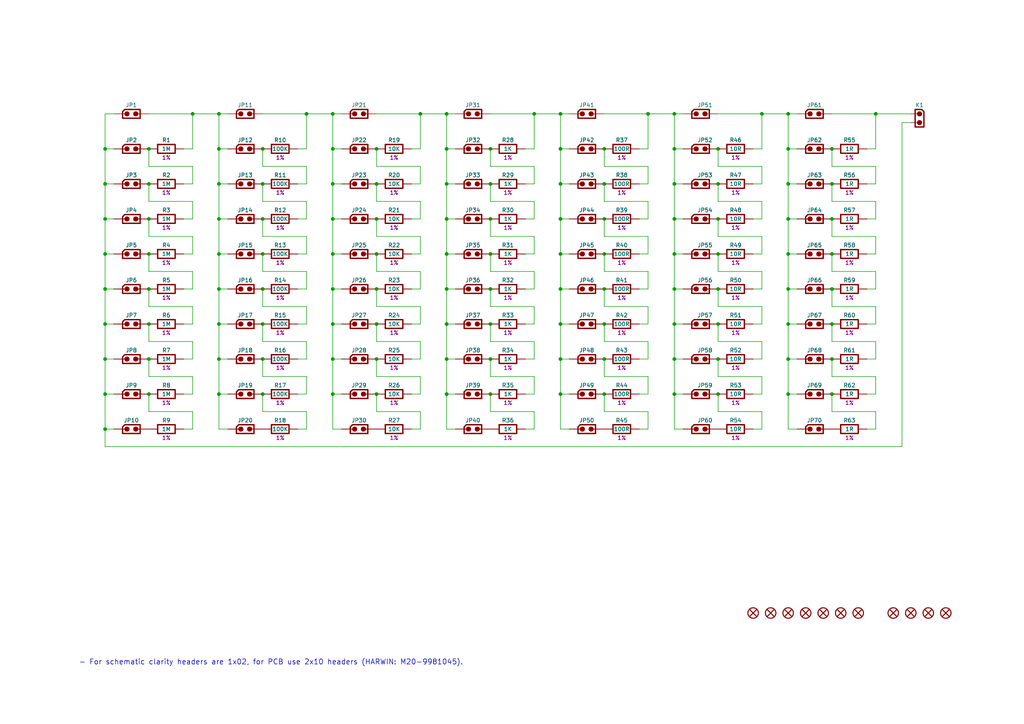
<source format=kicad_sch>
(kicad_sch (version 20250114) (generator "eeschema") (generator_version "9.0")
  (paper "A4")
  (title_block (title "Resistors Board") (date "01/2022") (rev "A"))
  (text "- For schematic clarity headers are 1x02, for PCB use 2x10 headers (HARWIN: M20-9981045)." (at 22.86 193.04 0) (effects (font (size 1.5 1.5)) (justify left bottom)))
  (junction (at 63.5 83.82))
  (junction (at 142.24 114.3))
  (junction (at 195.58 83.82))
  (junction (at 241.3 73.66))
  (junction (at 241.3 63.5))
  (junction (at 228.6 114.3))
  (junction (at 208.28 83.82))
  (junction (at 63.5 33.02))
  (junction (at 121.92 33.02))
  (junction (at 162.56 104.14))
  (junction (at 208.28 73.66))
  (junction (at 109.22 114.3))
  (junction (at 228.6 43.18))
  (junction (at 96.52 104.14))
  (junction (at 208.28 114.3))
  (junction (at 208.28 63.5))
  (junction (at 175.26 104.14))
  (junction (at 195.58 93.98))
  (junction (at 43.18 53.34))
  (junction (at 142.24 93.98))
  (junction (at 241.3 114.3))
  (junction (at 241.3 53.34))
  (junction (at 241.3 43.18))
  (junction (at 109.22 93.98))
  (junction (at 187.96 33.02))
  (junction (at 175.26 53.34))
  (junction (at 129.54 93.98))
  (junction (at 63.5 63.5))
  (junction (at 109.22 73.66))
  (junction (at 96.52 93.98))
  (junction (at 129.54 43.18))
  (junction (at 175.26 83.82))
  (junction (at 43.18 104.14))
  (junction (at 76.2 104.14))
  (junction (at 220.98 33.02))
  (junction (at 162.56 83.82))
  (junction (at 30.48 83.82))
  (junction (at 228.6 73.66))
  (junction (at 96.52 53.34))
  (junction (at 142.24 53.34))
  (junction (at 195.58 53.34))
  (junction (at 109.22 83.82))
  (junction (at 63.5 43.18))
  (junction (at 76.2 63.5))
  (junction (at 96.52 43.18))
  (junction (at 162.56 73.66))
  (junction (at 109.22 63.5))
  (junction (at 96.52 114.3))
  (junction (at 76.2 73.66))
  (junction (at 63.5 73.66))
  (junction (at 228.6 33.02))
  (junction (at 30.48 104.14))
  (junction (at 129.54 63.5))
  (junction (at 228.6 93.98))
  (junction (at 76.2 93.98))
  (junction (at 241.3 83.82))
  (junction (at 88.9 33.02))
  (junction (at 129.54 33.02))
  (junction (at 43.18 93.98))
  (junction (at 162.56 114.3))
  (junction (at 43.18 114.3))
  (junction (at 208.28 104.14))
  (junction (at 228.6 83.82))
  (junction (at 241.3 93.98))
  (junction (at 76.2 53.34))
  (junction (at 76.2 114.3))
  (junction (at 129.54 73.66))
  (junction (at 228.6 104.14))
  (junction (at 96.52 73.66))
  (junction (at 96.52 83.82))
  (junction (at 195.58 104.14))
  (junction (at 175.26 93.98))
  (junction (at 162.56 53.34))
  (junction (at 30.48 43.18))
  (junction (at 96.52 63.5))
  (junction (at 30.48 124.46))
  (junction (at 55.88 33.02))
  (junction (at 142.24 83.82))
  (junction (at 129.54 104.14))
  (junction (at 96.52 33.02))
  (junction (at 76.2 83.82))
  (junction (at 142.24 104.14))
  (junction (at 162.56 93.98))
  (junction (at 76.2 43.18))
  (junction (at 30.48 73.66))
  (junction (at 109.22 53.34))
  (junction (at 30.48 114.3))
  (junction (at 208.28 93.98))
  (junction (at 228.6 53.34))
  (junction (at 43.18 43.18))
  (junction (at 129.54 114.3))
  (junction (at 162.56 63.5))
  (junction (at 195.58 114.3))
  (junction (at 63.5 114.3))
  (junction (at 142.24 63.5))
  (junction (at 195.58 43.18))
  (junction (at 175.26 114.3))
  (junction (at 129.54 53.34))
  (junction (at 63.5 53.34))
  (junction (at 241.3 104.14))
  (junction (at 175.26 73.66))
  (junction (at 142.24 73.66))
  (junction (at 43.18 73.66))
  (junction (at 109.22 104.14))
  (junction (at 195.58 73.66))
  (junction (at 254 33.02))
  (junction (at 43.18 83.82))
  (junction (at 208.28 53.34))
  (junction (at 43.18 63.5))
  (junction (at 208.28 43.18))
  (junction (at 228.6 63.5))
  (junction (at 63.5 93.98))
  (junction (at 195.58 33.02))
  (junction (at 142.24 43.18))
  (junction (at 162.56 33.02))
  (junction (at 109.22 43.18))
  (junction (at 154.94 33.02))
  (junction (at 129.54 83.82))
  (junction (at 63.5 104.14))
  (junction (at 195.58 63.5))
  (junction (at 30.48 53.34))
  (junction (at 30.48 63.5))
  (junction (at 175.26 63.5))
  (junction (at 30.48 93.98))
  (junction (at 162.56 43.18))
  (junction (at 175.26 43.18))
  (wire (pts (xy 220.98 93.98) (xy 218.44 93.98)))
  (wire (pts (xy 254 119.38) (xy 241.3 119.38)))
  (wire (pts (xy 109.22 88.9) (xy 109.22 83.82)))
  (wire (pts (xy 228.6 63.5) (xy 231.14 63.5)))
  (wire (pts (xy 228.6 124.46) (xy 231.14 124.46)))
  (wire (pts (xy 96.52 43.18) (xy 99.06 43.18)))
  (wire (pts (xy 220.98 43.18) (xy 218.44 43.18)))
  (wire (pts (xy 55.88 93.98) (xy 55.88 88.9)))
  (wire (pts (xy 30.48 93.98) (xy 30.48 104.14)))
  (wire (pts (xy 76.2 83.82) (xy 76.2 88.9)))
  (wire (pts (xy 195.58 83.82) (xy 198.12 83.82)))
  (wire (pts (xy 195.58 114.3) (xy 195.58 124.46)))
  (wire (pts (xy 154.94 73.66) (xy 152.4 73.66)))
  (wire (pts (xy 254 124.46) (xy 254 119.38)))
  (wire (pts (xy 154.94 124.46) (xy 154.94 119.38)))
  (wire (pts (xy 96.52 83.82) (xy 96.52 93.98)))
  (wire (pts (xy 162.56 33.02) (xy 165.1 33.02)))
  (wire (pts (xy 154.94 104.14) (xy 152.4 104.14)))
  (wire (pts (xy 254 53.34) (xy 251.46 53.34)))
  (wire (pts (xy 162.56 73.66) (xy 165.1 73.66)))
  (wire (pts (xy 63.5 43.18) (xy 66.04 43.18)))
  (wire (pts (xy 121.92 73.66) (xy 119.38 73.66)))
  (wire (pts (xy 154.94 124.46) (xy 152.4 124.46)))
  (wire (pts (xy 96.52 124.46) (xy 99.06 124.46)))
  (wire (pts (xy 175.26 53.34) (xy 175.26 58.42)))
  (wire (pts (xy 195.58 63.5) (xy 198.12 63.5)))
  (wire (pts (xy 154.94 63.5) (xy 154.94 58.42)))
  (wire (pts (xy 162.56 124.46) (xy 165.1 124.46)))
  (wire (pts (xy 121.92 83.82) (xy 119.38 83.82)))
  (wire (pts (xy 88.9 114.3) (xy 86.36 114.3)))
  (wire (pts (xy 129.54 73.66) (xy 132.08 73.66)))
  (wire (pts (xy 208.28 83.82) (xy 208.28 88.9)))
  (wire (pts (xy 96.52 93.98) (xy 99.06 93.98)))
  (wire (pts (xy 30.48 104.14) (xy 33.02 104.14)))
  (wire (pts (xy 228.6 33.02) (xy 228.6 43.18)))
  (wire (pts (xy 96.52 104.14) (xy 99.06 104.14)))
  (wire (pts (xy 88.9 33.02) (xy 96.52 33.02)))
  (wire (pts (xy 121.92 104.14) (xy 119.38 104.14)))
  (wire (pts (xy 195.58 93.98) (xy 198.12 93.98)))
  (wire (pts (xy 154.94 73.66) (xy 154.94 68.58)))
  (wire (pts (xy 88.9 99.06) (xy 76.2 99.06)))
  (wire (pts (xy 96.52 104.14) (xy 96.52 114.3)))
  (wire (pts (xy 187.96 73.66) (xy 187.96 68.58)))
  (wire (pts (xy 187.96 93.98) (xy 187.96 88.9)))
  (wire (pts (xy 109.22 43.18) (xy 109.22 48.26)))
  (wire (pts (xy 220.98 114.3) (xy 218.44 114.3)))
  (wire (pts (xy 142.24 114.3) (xy 142.24 119.38)))
  (wire (pts (xy 254 63.5) (xy 251.46 63.5)))
  (wire (pts (xy 220.98 93.98) (xy 220.98 88.9)))
  (wire (pts (xy 63.5 93.98) (xy 66.04 93.98)))
  (wire (pts (xy 30.48 83.82) (xy 33.02 83.82)))
  (wire (pts (xy 220.98 114.3) (xy 220.98 109.22)))
  (wire (pts (xy 228.6 43.18) (xy 231.14 43.18)))
  (wire (pts (xy 55.88 88.9) (xy 43.18 88.9)))
  (wire (pts (xy 63.5 53.34) (xy 66.04 53.34)))
  (wire (pts (xy 254 53.34) (xy 254 48.26)))
  (wire (pts (xy 88.9 73.66) (xy 88.9 68.58)))
  (wire (pts (xy 129.54 33.02) (xy 129.54 43.18)))
  (wire (pts (xy 195.58 63.5) (xy 195.58 73.66)))
  (wire (pts (xy 220.98 53.34) (xy 218.44 53.34)))
  (wire (pts (xy 55.88 63.5) (xy 53.34 63.5)))
  (wire (pts (xy 88.9 119.38) (xy 76.2 119.38)))
  (wire (pts (xy 187.96 88.9) (xy 175.26 88.9)))
  (wire (pts (xy 187.96 83.82) (xy 185.42 83.82)))
  (wire (pts (xy 55.88 114.3) (xy 53.34 114.3)))
  (wire (pts (xy 63.5 114.3) (xy 66.04 114.3)))
  (wire (pts (xy 254 78.74) (xy 241.3 78.74)))
  (wire (pts (xy 228.6 43.18) (xy 228.6 53.34)))
  (wire (pts (xy 121.92 88.9) (xy 109.22 88.9)))
  (wire (pts (xy 187.96 124.46) (xy 187.96 119.38)))
  (wire (pts (xy 55.88 48.26) (xy 43.18 48.26)))
  (wire (pts (xy 154.94 83.82) (xy 152.4 83.82)))
  (wire (pts (xy 88.9 58.42) (xy 76.2 58.42)))
  (wire (pts (xy 96.52 114.3) (xy 96.52 124.46)))
  (wire (pts (xy 261.62 129.54) (xy 30.48 129.54)))
  (wire (pts (xy 228.6 83.82) (xy 231.14 83.82)))
  (wire (pts (xy 88.9 68.58) (xy 76.2 68.58)))
  (wire (pts (xy 121.92 104.14) (xy 121.92 99.06)))
  (wire (pts (xy 220.98 104.14) (xy 218.44 104.14)))
  (wire (pts (xy 187.96 48.26) (xy 175.26 48.26)))
  (wire (pts (xy 241.3 68.58) (xy 241.3 63.5)))
  (wire (pts (xy 187.96 63.5) (xy 187.96 58.42)))
  (wire (pts (xy 96.52 93.98) (xy 96.52 104.14)))
  (wire (pts (xy 254 99.06) (xy 241.3 99.06)))
  (wire (pts (xy 43.18 104.14) (xy 43.18 109.22)))
  (wire (pts (xy 121.92 33.02) (xy 129.54 33.02)))
  (wire (pts (xy 63.5 83.82) (xy 63.5 93.98)))
  (wire (pts (xy 55.88 93.98) (xy 53.34 93.98)))
  (wire (pts (xy 175.26 104.14) (xy 175.26 109.22)))
  (wire (pts (xy 220.98 63.5) (xy 218.44 63.5)))
  (wire (pts (xy 121.92 48.26) (xy 109.22 48.26)))
  (wire (pts (xy 96.52 73.66) (xy 96.52 83.82)))
  (wire (pts (xy 63.5 124.46) (xy 66.04 124.46)))
  (wire (pts (xy 162.56 43.18) (xy 165.1 43.18)))
  (wire (pts (xy 162.56 104.14) (xy 165.1 104.14)))
  (wire (pts (xy 55.88 73.66) (xy 55.88 68.58)))
  (wire (pts (xy 121.92 73.66) (xy 121.92 68.58)))
  (wire (pts (xy 63.5 73.66) (xy 63.5 83.82)))
  (wire (pts (xy 228.6 73.66) (xy 231.14 73.66)))
  (wire (pts (xy 88.9 63.5) (xy 88.9 58.42)))
  (wire (pts (xy 187.96 68.58) (xy 175.26 68.58)))
  (wire (pts (xy 154.94 88.9) (xy 142.24 88.9)))
  (wire (pts (xy 154.94 33.02) (xy 162.56 33.02)))
  (wire (pts (xy 187.96 119.38) (xy 175.26 119.38)))
  (wire (pts (xy 220.98 109.22) (xy 208.28 109.22)))
  (wire (pts (xy 220.98 104.14) (xy 220.98 99.06)))
  (wire (pts (xy 88.9 53.34) (xy 86.36 53.34)))
  (wire (pts (xy 154.94 93.98) (xy 152.4 93.98)))
  (wire (pts (xy 208.28 93.98) (xy 208.28 99.06)))
  (wire (pts (xy 63.5 104.14) (xy 66.04 104.14)))
  (wire (pts (xy 30.48 33.02) (xy 30.48 43.18)))
  (wire (pts (xy 88.9 63.5) (xy 86.36 63.5)))
  (wire (pts (xy 162.56 33.02) (xy 162.56 43.18)))
  (wire (pts (xy 76.2 104.14) (xy 76.2 109.22)))
  (wire (pts (xy 96.52 63.5) (xy 99.06 63.5)))
  (wire (pts (xy 43.18 93.98) (xy 43.18 99.06)))
  (wire (pts (xy 96.52 43.18) (xy 96.52 53.34)))
  (wire (pts (xy 76.2 63.5) (xy 76.2 68.58)))
  (wire (pts (xy 154.94 99.06) (xy 142.24 99.06)))
  (wire (pts (xy 175.26 83.82) (xy 175.26 88.9)))
  (wire (pts (xy 162.56 53.34) (xy 165.1 53.34)))
  (wire (pts (xy 261.62 35.56) (xy 261.62 129.54)))
  (wire (pts (xy 264.16 35.56) (xy 261.62 35.56)))
  (wire (pts (xy 154.94 114.3) (xy 152.4 114.3)))
  (wire (pts (xy 30.48 73.66) (xy 30.48 83.82)))
  (wire (pts (xy 187.96 53.34) (xy 187.96 48.26)))
  (wire (pts (xy 228.6 53.34) (xy 228.6 63.5)))
  (wire (pts (xy 88.9 88.9) (xy 76.2 88.9)))
  (wire (pts (xy 241.3 83.82) (xy 241.3 88.9)))
  (wire (pts (xy 187.96 114.3) (xy 187.96 109.22)))
  (wire (pts (xy 30.48 73.66) (xy 33.02 73.66)))
  (wire (pts (xy 76.2 53.34) (xy 76.2 58.42)))
  (wire (pts (xy 43.18 73.66) (xy 43.18 78.74)))
  (wire (pts (xy 129.54 43.18) (xy 129.54 53.34)))
  (wire (pts (xy 195.58 104.14) (xy 195.58 114.3)))
  (wire (pts (xy 63.5 33.02) (xy 66.04 33.02)))
  (wire (pts (xy 228.6 33.02) (xy 231.14 33.02)))
  (wire (pts (xy 220.98 48.26) (xy 220.98 53.34)))
  (wire (pts (xy 55.88 124.46) (xy 55.88 119.38)))
  (wire (pts (xy 220.98 68.58) (xy 208.28 68.58)))
  (wire (pts (xy 96.52 114.3) (xy 99.06 114.3)))
  (wire (pts (xy 55.88 43.18) (xy 53.34 43.18)))
  (wire (pts (xy 195.58 33.02) (xy 198.12 33.02)))
  (wire (pts (xy 228.6 83.82) (xy 228.6 93.98)))
  (wire (pts (xy 162.56 73.66) (xy 162.56 83.82)))
  (wire (pts (xy 241.3 43.18) (xy 241.3 48.26)))
  (wire (pts (xy 187.96 104.14) (xy 187.96 99.06)))
  (wire (pts (xy 254 93.98) (xy 251.46 93.98)))
  (wire (pts (xy 88.9 93.98) (xy 86.36 93.98)))
  (wire (pts (xy 121.92 43.18) (xy 119.38 43.18)))
  (wire (pts (xy 208.28 33.02) (xy 220.98 33.02)))
  (wire (pts (xy 109.22 58.42) (xy 109.22 53.34)))
  (wire (pts (xy 154.94 63.5) (xy 152.4 63.5)))
  (wire (pts (xy 109.22 68.58) (xy 109.22 63.5)))
  (wire (pts (xy 129.54 124.46) (xy 132.08 124.46)))
  (wire (pts (xy 228.6 53.34) (xy 231.14 53.34)))
  (wire (pts (xy 195.58 53.34) (xy 195.58 63.5)))
  (wire (pts (xy 129.54 104.14) (xy 129.54 114.3)))
  (wire (pts (xy 220.98 63.5) (xy 220.98 58.42)))
  (wire (pts (xy 175.26 43.18) (xy 175.26 48.26)))
  (wire (pts (xy 195.58 43.18) (xy 198.12 43.18)))
  (wire (pts (xy 254 109.22) (xy 241.3 109.22)))
  (wire (pts (xy 220.98 33.02) (xy 228.6 33.02)))
  (wire (pts (xy 195.58 73.66) (xy 195.58 83.82)))
  (wire (pts (xy 195.58 114.3) (xy 198.12 114.3)))
  (wire (pts (xy 129.54 114.3) (xy 129.54 124.46)))
  (wire (pts (xy 55.88 33.02) (xy 55.88 43.18)))
  (wire (pts (xy 241.3 53.34) (xy 241.3 58.42)))
  (wire (pts (xy 195.58 104.14) (xy 198.12 104.14)))
  (wire (pts (xy 121.92 58.42) (xy 109.22 58.42)))
  (wire (pts (xy 154.94 58.42) (xy 142.24 58.42)))
  (wire (pts (xy 109.22 104.14) (xy 109.22 109.22)))
  (wire (pts (xy 220.98 124.46) (xy 218.44 124.46)))
  (wire (pts (xy 195.58 43.18) (xy 195.58 53.34)))
  (wire (pts (xy 162.56 63.5) (xy 162.56 73.66)))
  (wire (pts (xy 241.3 73.66) (xy 241.3 78.74)))
  (wire (pts (xy 121.92 78.74) (xy 109.22 78.74)))
  (wire (pts (xy 142.24 83.82) (xy 142.24 88.9)))
  (wire (pts (xy 129.54 93.98) (xy 129.54 104.14)))
  (wire (pts (xy 154.94 53.34) (xy 152.4 53.34)))
  (wire (pts (xy 187.96 63.5) (xy 185.42 63.5)))
  (wire (pts (xy 254 114.3) (xy 251.46 114.3)))
  (wire (pts (xy 30.48 114.3) (xy 33.02 114.3)))
  (wire (pts (xy 175.26 73.66) (xy 175.26 78.74)))
  (wire (pts (xy 254 48.26) (xy 241.3 48.26)))
  (wire (pts (xy 162.56 114.3) (xy 162.56 124.46)))
  (wire (pts (xy 208.28 53.34) (xy 208.28 58.42)))
  (wire (pts (xy 142.24 104.14) (xy 142.24 109.22)))
  (wire (pts (xy 63.5 53.34) (xy 63.5 63.5)))
  (wire (pts (xy 220.98 73.66) (xy 218.44 73.66)))
  (wire (pts (xy 162.56 63.5) (xy 165.1 63.5)))
  (wire (pts (xy 220.98 119.38) (xy 208.28 119.38)))
  (wire (pts (xy 121.92 53.34) (xy 119.38 53.34)))
  (wire (pts (xy 187.96 53.34) (xy 185.42 53.34)))
  (wire (pts (xy 195.58 124.46) (xy 198.12 124.46)))
  (wire (pts (xy 254 43.18) (xy 251.46 43.18)))
  (wire (pts (xy 121.92 68.58) (xy 109.22 68.58)))
  (wire (pts (xy 43.18 33.02) (xy 55.88 33.02)))
  (wire (pts (xy 121.92 63.5) (xy 119.38 63.5)))
  (wire (pts (xy 154.94 83.82) (xy 154.94 78.74)))
  (wire (pts (xy 195.58 53.34) (xy 198.12 53.34)))
  (wire (pts (xy 154.94 119.38) (xy 142.24 119.38)))
  (wire (pts (xy 162.56 83.82) (xy 165.1 83.82)))
  (wire (pts (xy 142.24 43.18) (xy 142.24 48.26)))
  (wire (pts (xy 129.54 104.14) (xy 132.08 104.14)))
  (wire (pts (xy 96.52 33.02) (xy 99.06 33.02)))
  (wire (pts (xy 129.54 53.34) (xy 132.08 53.34)))
  (wire (pts (xy 228.6 104.14) (xy 228.6 114.3)))
  (wire (pts (xy 88.9 83.82) (xy 86.36 83.82)))
  (wire (pts (xy 154.94 43.18) (xy 152.4 43.18)))
  (wire (pts (xy 220.98 88.9) (xy 208.28 88.9)))
  (wire (pts (xy 187.96 33.02) (xy 195.58 33.02)))
  (wire (pts (xy 121.92 83.82) (xy 121.92 78.74)))
  (wire (pts (xy 30.48 63.5) (xy 30.48 73.66)))
  (wire (pts (xy 241.3 104.14) (xy 241.3 109.22)))
  (wire (pts (xy 55.88 119.38) (xy 43.18 119.38)))
  (wire (pts (xy 220.98 58.42) (xy 208.28 58.42)))
  (wire (pts (xy 88.9 93.98) (xy 88.9 88.9)))
  (wire (pts (xy 220.98 83.82) (xy 218.44 83.82)))
  (wire (pts (xy 55.88 73.66) (xy 53.34 73.66)))
  (wire (pts (xy 154.94 93.98) (xy 154.94 88.9)))
  (wire (pts (xy 55.88 68.58) (xy 43.18 68.58)))
  (wire (pts (xy 121.92 93.98) (xy 119.38 93.98)))
  (wire (pts (xy 129.54 83.82) (xy 129.54 93.98)))
  (wire (pts (xy 254 58.42) (xy 241.3 58.42)))
  (wire (pts (xy 76.2 43.18) (xy 76.2 48.26)))
  (wire (pts (xy 63.5 43.18) (xy 63.5 53.34)))
  (wire (pts (xy 187.96 73.66) (xy 185.42 73.66)))
  (wire (pts (xy 175.26 114.3) (xy 175.26 119.38)))
  (wire (pts (xy 109.22 33.02) (xy 121.92 33.02)))
  (wire (pts (xy 220.98 99.06) (xy 208.28 99.06)))
  (wire (pts (xy 121.92 124.46) (xy 119.38 124.46)))
  (wire (pts (xy 254 73.66) (xy 254 68.58)))
  (wire (pts (xy 88.9 124.46) (xy 86.36 124.46)))
  (wire (pts (xy 55.88 99.06) (xy 43.18 99.06)))
  (wire (pts (xy 76.2 114.3) (xy 76.2 119.38)))
  (wire (pts (xy 43.18 63.5) (xy 43.18 68.58)))
  (wire (pts (xy 63.5 63.5) (xy 66.04 63.5)))
  (wire (pts (xy 63.5 63.5) (xy 63.5 73.66)))
  (wire (pts (xy 109.22 99.06) (xy 109.22 93.98)))
  (wire (pts (xy 220.98 124.46) (xy 220.98 119.38)))
  (wire (pts (xy 254 114.3) (xy 254 109.22)))
  (wire (pts (xy 88.9 104.14) (xy 86.36 104.14)))
  (wire (pts (xy 175.26 93.98) (xy 175.26 99.06)))
  (wire (pts (xy 228.6 93.98) (xy 231.14 93.98)))
  (wire (pts (xy 88.9 124.46) (xy 88.9 119.38)))
  (wire (pts (xy 154.94 78.74) (xy 142.24 78.74)))
  (wire (pts (xy 88.9 104.14) (xy 88.9 99.06)))
  (wire (pts (xy 30.48 104.14) (xy 30.48 114.3)))
  (wire (pts (xy 220.98 48.26) (xy 208.28 48.26)))
  (wire (pts (xy 55.88 83.82) (xy 55.88 78.74)))
  (wire (pts (xy 121.92 124.46) (xy 121.92 119.38)))
  (wire (pts (xy 129.54 33.02) (xy 132.08 33.02)))
  (wire (pts (xy 162.56 93.98) (xy 165.1 93.98)))
  (wire (pts (xy 30.48 124.46) (xy 33.02 124.46)))
  (wire (pts (xy 96.52 83.82) (xy 99.06 83.82)))
  (wire (pts (xy 220.98 73.66) (xy 220.98 68.58)))
  (wire (pts (xy 187.96 43.18) (xy 185.42 43.18)))
  (wire (pts (xy 241.3 68.58) (xy 254 68.58)))
  (wire (pts (xy 208.28 73.66) (xy 208.28 78.74)))
  (wire (pts (xy 187.96 109.22) (xy 175.26 109.22)))
  (wire (pts (xy 88.9 33.02) (xy 88.9 43.18)))
  (wire (pts (xy 154.94 68.58) (xy 142.24 68.58)))
  (wire (pts (xy 254 73.66) (xy 251.46 73.66)))
  (wire (pts (xy 30.48 114.3) (xy 30.48 124.46)))
  (wire (pts (xy 63.5 73.66) (xy 66.04 73.66)))
  (wire (pts (xy 195.58 73.66) (xy 198.12 73.66)))
  (wire (pts (xy 154.94 114.3) (xy 154.94 109.22)))
  (wire (pts (xy 142.24 73.66) (xy 142.24 78.74)))
  (wire (pts (xy 142.24 93.98) (xy 142.24 99.06)))
  (wire (pts (xy 187.96 93.98) (xy 185.42 93.98)))
  (wire (pts (xy 129.54 73.66) (xy 129.54 83.82)))
  (wire (pts (xy 254 43.18) (xy 254 33.02)))
  (wire (pts (xy 63.5 114.3) (xy 63.5 124.46)))
  (wire (pts (xy 96.52 33.02) (xy 96.52 43.18)))
  (wire (pts (xy 43.18 83.82) (xy 43.18 88.9)))
  (wire (pts (xy 162.56 114.3) (xy 165.1 114.3)))
  (wire (pts (xy 30.48 53.34) (xy 30.48 63.5)))
  (wire (pts (xy 241.3 93.98) (xy 241.3 99.06)))
  (wire (pts (xy 187.96 33.02) (xy 187.96 43.18)))
  (wire (pts (xy 254 83.82) (xy 251.46 83.82)))
  (wire (pts (xy 254 104.14) (xy 254 99.06)))
  (wire (pts (xy 187.96 104.14) (xy 185.42 104.14)))
  (wire (pts (xy 109.22 119.38) (xy 109.22 114.3)))
  (wire (pts (xy 109.22 78.74) (xy 109.22 73.66)))
  (wire (pts (xy 129.54 53.34) (xy 129.54 63.5)))
  (wire (pts (xy 162.56 93.98) (xy 162.56 104.14)))
  (wire (pts (xy 142.24 53.34) (xy 142.24 58.42)))
  (wire (pts (xy 208.28 104.14) (xy 208.28 109.22)))
  (wire (pts (xy 88.9 83.82) (xy 88.9 78.74)))
  (wire (pts (xy 121.92 114.3) (xy 121.92 109.22)))
  (wire (pts (xy 30.48 33.02) (xy 33.02 33.02)))
  (wire (pts (xy 30.48 53.34) (xy 33.02 53.34)))
  (wire (pts (xy 121.92 53.34) (xy 121.92 48.26)))
  (wire (pts (xy 88.9 114.3) (xy 88.9 109.22)))
  (wire (pts (xy 187.96 99.06) (xy 175.26 99.06)))
  (wire (pts (xy 55.88 58.42) (xy 43.18 58.42)))
  (wire (pts (xy 154.94 48.26) (xy 142.24 48.26)))
  (wire (pts (xy 121.92 33.02) (xy 121.92 43.18)))
  (wire (pts (xy 254 124.46) (xy 251.46 124.46)))
  (wire (pts (xy 55.88 33.02) (xy 63.5 33.02)))
  (wire (pts (xy 208.28 63.5) (xy 208.28 68.58)))
  (wire (pts (xy 55.88 53.34) (xy 53.34 53.34)))
  (wire (pts (xy 162.56 104.14) (xy 162.56 114.3)))
  (wire (pts (xy 195.58 33.02) (xy 195.58 43.18)))
  (wire (pts (xy 154.94 104.14) (xy 154.94 99.06)))
  (wire (pts (xy 30.48 43.18) (xy 33.02 43.18)))
  (wire (pts (xy 121.92 63.5) (xy 121.92 58.42)))
  (wire (pts (xy 220.98 33.02) (xy 220.98 43.18)))
  (wire (pts (xy 88.9 48.26) (xy 76.2 48.26)))
  (wire (pts (xy 154.94 53.34) (xy 154.94 48.26)))
  (wire (pts (xy 228.6 104.14) (xy 231.14 104.14)))
  (wire (pts (xy 63.5 93.98) (xy 63.5 104.14)))
  (wire (pts (xy 254 33.02) (xy 264.16 33.02)))
  (wire (pts (xy 228.6 114.3) (xy 231.14 114.3)))
  (wire (pts (xy 88.9 43.18) (xy 86.36 43.18)))
  (wire (pts (xy 142.24 33.02) (xy 154.94 33.02)))
  (wire (pts (xy 154.94 33.02) (xy 154.94 43.18)))
  (wire (pts (xy 129.54 93.98) (xy 132.08 93.98)))
  (wire (pts (xy 162.56 43.18) (xy 162.56 53.34)))
  (wire (pts (xy 254 83.82) (xy 254 78.74)))
  (wire (pts (xy 96.52 73.66) (xy 99.06 73.66)))
  (wire (pts (xy 254 88.9) (xy 241.3 88.9)))
  (wire (pts (xy 96.52 53.34) (xy 96.52 63.5)))
  (wire (pts (xy 162.56 53.34) (xy 162.56 63.5)))
  (wire (pts (xy 43.18 43.18) (xy 43.18 48.26)))
  (wire (pts (xy 30.48 124.46) (xy 30.48 129.54)))
  (wire (pts (xy 30.48 43.18) (xy 30.48 53.34)))
  (wire (pts (xy 175.26 63.5) (xy 175.26 68.58)))
  (wire (pts (xy 121.92 119.38) (xy 109.22 119.38)))
  (wire (pts (xy 187.96 58.42) (xy 175.26 58.42)))
  (wire (pts (xy 254 93.98) (xy 254 88.9)))
  (wire (pts (xy 55.88 114.3) (xy 55.88 109.22)))
  (wire (pts (xy 228.6 73.66) (xy 228.6 83.82)))
  (wire (pts (xy 96.52 53.34) (xy 99.06 53.34)))
  (wire (pts (xy 63.5 104.14) (xy 63.5 114.3)))
  (wire (pts (xy 241.3 33.02) (xy 254 33.02)))
  (wire (pts (xy 76.2 73.66) (xy 76.2 78.74)))
  (wire (pts (xy 88.9 73.66) (xy 86.36 73.66)))
  (wire (pts (xy 129.54 63.5) (xy 129.54 73.66)))
  (wire (pts (xy 55.88 109.22) (xy 43.18 109.22)))
  (wire (pts (xy 129.54 83.82) (xy 132.08 83.82)))
  (wire (pts (xy 241.3 114.3) (xy 241.3 119.38)))
  (wire (pts (xy 175.26 33.02) (xy 187.96 33.02)))
  (wire (pts (xy 55.88 124.46) (xy 53.34 124.46)))
  (wire (pts (xy 30.48 83.82) (xy 30.48 93.98)))
  (wire (pts (xy 220.98 83.82) (xy 220.98 78.74)))
  (wire (pts (xy 187.96 124.46) (xy 185.42 124.46)))
  (wire (pts (xy 30.48 93.98) (xy 33.02 93.98)))
  (wire (pts (xy 88.9 53.34) (xy 88.9 48.26)))
  (wire (pts (xy 43.18 114.3) (xy 43.18 119.38)))
  (wire (pts (xy 63.5 83.82) (xy 66.04 83.82)))
  (wire (pts (xy 129.54 63.5) (xy 132.08 63.5)))
  (wire (pts (xy 55.88 104.14) (xy 55.88 99.06)))
  (wire (pts (xy 55.88 53.34) (xy 55.88 48.26)))
  (wire (pts (xy 55.88 63.5) (xy 55.88 58.42)))
  (wire (pts (xy 208.28 114.3) (xy 208.28 119.38)))
  (wire (pts (xy 129.54 43.18) (xy 132.08 43.18)))
  (wire (pts (xy 88.9 78.74) (xy 76.2 78.74)))
  (wire (pts (xy 30.48 63.5) (xy 33.02 63.5)))
  (wire (pts (xy 121.92 114.3) (xy 119.38 114.3)))
  (wire (pts (xy 121.92 93.98) (xy 121.92 88.9)))
  (wire (pts (xy 208.28 43.18) (xy 208.28 48.26)))
  (wire (pts (xy 55.88 104.14) (xy 53.34 104.14)))
  (wire (pts (xy 187.96 114.3) (xy 185.42 114.3)))
  (wire (pts (xy 228.6 93.98) (xy 228.6 104.14)))
  (wire (pts (xy 63.5 33.02) (xy 63.5 43.18)))
  (wire (pts (xy 96.52 63.5) (xy 96.52 73.66)))
  (wire (pts (xy 76.2 33.02) (xy 88.9 33.02)))
  (wire (pts (xy 254 63.5) (xy 254 58.42)))
  (wire (pts (xy 195.58 83.82) (xy 195.58 93.98)))
  (wire (pts (xy 142.24 63.5) (xy 142.24 68.58)))
  (wire (pts (xy 88.9 109.22) (xy 76.2 109.22)))
  (wire (pts (xy 162.56 83.82) (xy 162.56 93.98)))
  (wire (pts (xy 228.6 114.3) (xy 228.6 124.46)))
  (wire (pts (xy 121.92 109.22) (xy 109.22 109.22)))
  (wire (pts (xy 228.6 63.5) (xy 228.6 73.66)))
  (wire (pts (xy 55.88 78.74) (xy 43.18 78.74)))
  (wire (pts (xy 154.94 109.22) (xy 142.24 109.22)))
  (wire (pts (xy 187.96 78.74) (xy 175.26 78.74)))
  (wire (pts (xy 129.54 114.3) (xy 132.08 114.3)))
  (wire (pts (xy 121.92 99.06) (xy 109.22 99.06)))
  (wire (pts (xy 187.96 83.82) (xy 187.96 78.74)))
  (wire (pts (xy 55.88 83.82) (xy 53.34 83.82)))
  (wire (pts (xy 76.2 93.98) (xy 76.2 99.06)))
  (wire (pts (xy 43.18 53.34) (xy 43.18 58.42)))
  (wire (pts (xy 254 104.14) (xy 251.46 104.14)))
  (wire (pts (xy 195.58 93.98) (xy 195.58 104.14)))
  (wire (pts (xy 220.98 78.74) (xy 208.28 78.74)))
  (symbol (lib_id "tronixio:RESISTOR-1206-1M-1P") (at 48.26 63.5 90) (unit 1)
    (property "Reference" "R3" (at 48.26 60.96 90) (effects (font (size 1.15 1.15))))
    (property "Value" "1M" (at 48.26 63.5 90) (effects (font (size 1.15 1.15))))
    (property "Footprint" "tronixio:RESISTOR-SMD-1206" (effects (hide yes)))
    (property "Description" "Resistor" (effects (hide yes)))
    (property "Mouser" "603-RT1206FRE071ML" (effects (hide yes)))
    (property "Tolerance" "1%" (at 48.26 66.04 90) (effects (font (size 1.15 1.15))))
  )
  (symbol (lib_id "tronixio:HARWIN-JUMPER-0254-14MM-BLACK") (at 248.92 177.8 0) (unit 1)
    (property "Reference" "JP77" (effects (hide yes)))
    (property "Value" "HARWIN-JUMPER-0254-14MM-BLACK" (effects (hide yes)))
    (property "Footprint" "tronixio:HARWIN-M20-7680-7683" (effects (hide yes)))
    (property "Datasheet" "https://cdn.harwin.com/pdfs/M7680-M7683.pdf" (effects (hide yes)))
    (property "Description" "2.54 Pitch Open Top Jumper Socket" (effects (hide yes)))
    (property "Mouser" "855-M7682" (effects (hide yes)))
  )
  (symbol (lib_id "tronixio:HARWIN-254-M-1X02-JUMPER-VERTICAL") (at 38.1 114.3 90) (unit 1)
    (property "Reference" "JP9" (at 38.1 111.76 90) (effects (font (size 1.15 1.15))))
    (property "Footprint" "tronixio:HARWIN-M20-999024x" (effects (hide yes)))
    (property "Datasheet" "https://www.harwin.com/products/M20-9990246/" (effects (hide yes)))
    (property "Description" "M20 Series - 2.54mm Pitch PCB Connector" (effects (hide yes)))
    (property "Mouser" "855-M20-999024" (effects (hide yes)))
  )
  (symbol (lib_id "tronixio:RESISTOR-1206-10R-1P") (at 213.36 124.46 90) (unit 1)
    (property "Reference" "R54" (at 213.36 121.92 90) (effects (font (size 1.15 1.15))))
    (property "Value" "10R" (at 213.36 124.46 90) (effects (font (size 1.15 1.15))))
    (property "Footprint" "tronixio:RESISTOR-SMD-1206" (effects (hide yes)))
    (property "Description" "Resistor" (effects (hide yes)))
    (property "Mouser" "603-RT1206FRE0710RL" (effects (hide yes)))
    (property "Tolerance" "1%" (at 213.36 127 90) (effects (font (size 1.15 1.15))))
  )
  (symbol (lib_id "tronixio:RESISTOR-1206-1K-1P") (at 147.32 53.34 90) (unit 1)
    (property "Reference" "R29" (at 147.32 50.8 90) (effects (font (size 1.15 1.15))))
    (property "Value" "1K" (at 147.32 53.34 90) (effects (font (size 1.15 1.15))))
    (property "Footprint" "tronixio:RESISTOR-SMD-1206" (effects (hide yes)))
    (property "Description" "Resistor" (effects (hide yes)))
    (property "Mouser" "603-RT1206FRE071KL" (effects (hide yes)))
    (property "Tolerance" "1%" (at 147.32 55.88 90) (effects (font (size 1.15 1.15))))
  )
  (symbol (lib_id "tronixio:RESISTOR-1206-10K-1P") (at 114.3 114.3 90) (unit 1)
    (property "Reference" "R26" (at 114.3 111.76 90) (effects (font (size 1.15 1.15))))
    (property "Value" "10K" (at 114.3 114.3 90) (effects (font (size 1.15 1.15))))
    (property "Footprint" "tronixio:RESISTOR-SMD-1206" (effects (hide yes)))
    (property "Description" "Resistor" (effects (hide yes)))
    (property "Mouser" "603-RT1206FRE1310KL" (effects (hide yes)))
    (property "Tolerance" "1%" (at 114.3 116.84 90) (effects (font (size 1.15 1.15))))
  )
  (symbol (lib_id "tronixio:RESISTOR-1206-1M-1P") (at 48.26 73.66 90) (unit 1)
    (property "Reference" "R4" (at 48.26 71.12 90) (effects (font (size 1.15 1.15))))
    (property "Value" "1M" (at 48.26 73.66 90) (effects (font (size 1.15 1.15))))
    (property "Footprint" "tronixio:RESISTOR-SMD-1206" (effects (hide yes)))
    (property "Description" "Resistor" (effects (hide yes)))
    (property "Mouser" "603-RT1206FRE071ML" (effects (hide yes)))
    (property "Tolerance" "1%" (at 48.26 76.2 90) (effects (font (size 1.15 1.15))))
  )
  (symbol (lib_id "tronixio:RESISTOR-1206-100R-1P") (at 180.34 73.66 90) (unit 1)
    (property "Reference" "R40" (at 180.34 71.12 90) (effects (font (size 1.15 1.15))))
    (property "Value" "100R" (at 180.34 73.66 90) (effects (font (size 1.15 1.15))))
    (property "Footprint" "tronixio:RESISTOR-SMD-1206" (effects (hide yes)))
    (property "Description" "Resistor" (effects (hide yes)))
    (property "Mouser" "603-RT1206FRE07100RL" (effects (hide yes)))
    (property "Tolerance" "1%" (at 180.34 76.2 90) (effects (font (size 1.15 1.15))))
  )
  (symbol (lib_id "tronixio:RESISTOR-1206-10R-1P") (at 213.36 63.5 90) (unit 1)
    (property "Reference" "R48" (at 213.36 60.96 90) (effects (font (size 1.15 1.15))))
    (property "Value" "10R" (at 213.36 63.5 90) (effects (font (size 1.15 1.15))))
    (property "Footprint" "tronixio:RESISTOR-SMD-1206" (effects (hide yes)))
    (property "Description" "Resistor" (effects (hide yes)))
    (property "Mouser" "603-RT1206FRE0710RL" (effects (hide yes)))
    (property "Tolerance" "1%" (at 213.36 66.04 90) (effects (font (size 1.15 1.15))))
  )
  (symbol (lib_id "tronixio:HARWIN-254-M-1X02-JUMPER-VERTICAL") (at 170.18 114.3 90) (unit 1)
    (property "Reference" "JP49" (at 170.18 111.76 90) (effects (font (size 1.15 1.15))))
    (property "Footprint" "tronixio:HARWIN-M20-999024x" (effects (hide yes)))
    (property "Datasheet" "https://www.harwin.com/products/M20-9990246/" (effects (hide yes)))
    (property "Description" "M20 Series - 2.54mm Pitch PCB Connector" (effects (hide yes)))
    (property "Mouser" "855-M20-999024" (effects (hide yes)))
  )
  (symbol (lib_id "tronixio:RESISTOR-1206-1R-1P") (at 246.38 83.82 90) (unit 1)
    (property "Reference" "R59" (at 246.38 81.28 90) (effects (font (size 1.15 1.15))))
    (property "Value" "1R" (at 246.38 83.82 90) (effects (font (size 1.15 1.15))))
    (property "Footprint" "tronixio:RESISTOR-SMD-1206" (effects (hide yes)))
    (property "Description" "Resistor" (effects (hide yes)))
    (property "Mouser" "603-RT1206FRE071RL" (effects (hide yes)))
    (property "Tolerance" "1%" (at 246.38 86.36 90) (effects (font (size 1.15 1.15))))
  )
  (symbol (lib_id "tronixio:RESISTOR-1206-10K-1P") (at 114.3 43.18 90) (unit 1)
    (property "Reference" "R19" (at 114.3 40.64 90) (effects (font (size 1.15 1.15))))
    (property "Value" "10K" (at 114.3 43.18 90) (effects (font (size 1.15 1.15))))
    (property "Footprint" "tronixio:RESISTOR-SMD-1206" (effects (hide yes)))
    (property "Description" "Resistor" (effects (hide yes)))
    (property "Mouser" "603-RT1206FRE1310KL" (effects (hide yes)))
    (property "Tolerance" "1%" (at 114.3 45.72 90) (effects (font (size 1.15 1.15))))
  )
  (symbol (lib_id "tronixio:RESISTOR-1206-10R-1P") (at 213.36 104.14 90) (unit 1)
    (property "Reference" "R52" (at 213.36 101.6 90) (effects (font (size 1.15 1.15))))
    (property "Value" "10R" (at 213.36 104.14 90) (effects (font (size 1.15 1.15))))
    (property "Footprint" "tronixio:RESISTOR-SMD-1206" (effects (hide yes)))
    (property "Description" "Resistor" (effects (hide yes)))
    (property "Mouser" "603-RT1206FRE0710RL" (effects (hide yes)))
    (property "Tolerance" "1%" (at 213.36 106.68 90) (effects (font (size 1.15 1.15))))
  )
  (symbol (lib_id "tronixio:HARWIN-254-M-1X02-JUMPER-VERTICAL") (at 170.18 124.46 90) (unit 1)
    (property "Reference" "JP50" (at 170.18 121.92 90) (effects (font (size 1.15 1.15))))
    (property "Footprint" "tronixio:HARWIN-M20-999024x" (effects (hide yes)))
    (property "Datasheet" "https://www.harwin.com/products/M20-9990246/" (effects (hide yes)))
    (property "Description" "M20 Series - 2.54mm Pitch PCB Connector" (effects (hide yes)))
    (property "Mouser" "855-M20-999024" (effects (hide yes)))
  )
  (symbol (lib_id "tronixio:HARWIN-254-M-1X02-JUMPER-VERTICAL") (at 170.18 73.66 90) (unit 1)
    (property "Reference" "JP45" (at 170.18 71.12 90) (effects (font (size 1.15 1.15))))
    (property "Footprint" "tronixio:HARWIN-M20-999024x" (effects (hide yes)))
    (property "Datasheet" "https://www.harwin.com/products/M20-9990246/" (effects (hide yes)))
    (property "Description" "M20 Series - 2.54mm Pitch PCB Connector" (effects (hide yes)))
    (property "Mouser" "855-M20-999024" (effects (hide yes)))
  )
  (symbol (lib_id "tronixio:RESISTOR-1206-1M-1P") (at 48.26 53.34 90) (unit 1)
    (property "Reference" "R2" (at 48.26 50.8 90) (effects (font (size 1.15 1.15))))
    (property "Value" "1M" (at 48.26 53.34 90) (effects (font (size 1.15 1.15))))
    (property "Footprint" "tronixio:RESISTOR-SMD-1206" (effects (hide yes)))
    (property "Description" "Resistor" (effects (hide yes)))
    (property "Mouser" "603-RT1206FRE071ML" (effects (hide yes)))
    (property "Tolerance" "1%" (at 48.26 55.88 90) (effects (font (size 1.15 1.15))))
  )
  (symbol (lib_id "tronixio:HARWIN-254-M-1X02-JUMPER-VERTICAL") (at 236.22 104.14 90) (unit 1)
    (property "Reference" "JP68" (at 236.22 101.6 90) (effects (font (size 1.15 1.15))))
    (property "Footprint" "tronixio:HARWIN-M20-999024x" (effects (hide yes)))
    (property "Datasheet" "https://www.harwin.com/products/M20-9990246/" (effects (hide yes)))
    (property "Description" "M20 Series - 2.54mm Pitch PCB Connector" (effects (hide yes)))
    (property "Mouser" "855-M20-999024" (effects (hide yes)))
  )
  (symbol (lib_id "tronixio:RESISTOR-1206-1M-1P") (at 48.26 124.46 90) (unit 1)
    (property "Reference" "R9" (at 48.26 121.92 90) (effects (font (size 1.15 1.15))))
    (property "Value" "1M" (at 48.26 124.46 90) (effects (font (size 1.15 1.15))))
    (property "Footprint" "tronixio:RESISTOR-SMD-1206" (effects (hide yes)))
    (property "Description" "Resistor" (effects (hide yes)))
    (property "Mouser" "603-RT1206FRE071ML" (effects (hide yes)))
    (property "Tolerance" "1%" (at 48.26 127 90) (effects (font (size 1.15 1.15))))
  )
  (symbol (lib_id "tronixio:RESISTOR-1206-100K-1P") (at 81.28 83.82 90) (unit 1)
    (property "Reference" "R14" (at 81.28 81.28 90) (effects (font (size 1.15 1.15))))
    (property "Value" "100K" (at 81.28 83.82 90) (effects (font (size 1.15 1.15))))
    (property "Footprint" "tronixio:RESISTOR-SMD-1206" (effects (hide yes)))
    (property "Description" "Resistor" (effects (hide yes)))
    (property "Mouser" "603-RT1206FRE07100KL" (effects (hide yes)))
    (property "Tolerance" "1%" (at 81.28 86.36 90) (effects (font (size 1.15 1.15))))
  )
  (symbol (lib_id "tronixio:RESISTOR-1206-1K-1P") (at 147.32 83.82 90) (unit 1)
    (property "Reference" "R32" (at 147.32 81.28 90) (effects (font (size 1.15 1.15))))
    (property "Value" "1K" (at 147.32 83.82 90) (effects (font (size 1.15 1.15))))
    (property "Footprint" "tronixio:RESISTOR-SMD-1206" (effects (hide yes)))
    (property "Description" "Resistor" (effects (hide yes)))
    (property "Mouser" "603-RT1206FRE071KL" (effects (hide yes)))
    (property "Tolerance" "1%" (at 147.32 86.36 90) (effects (font (size 1.15 1.15))))
  )
  (symbol (lib_id "tronixio:RESISTOR-1206-100R-1P") (at 180.34 83.82 90) (unit 1)
    (property "Reference" "R41" (at 180.34 81.28 90) (effects (font (size 1.15 1.15))))
    (property "Value" "100R" (at 180.34 83.82 90) (effects (font (size 1.15 1.15))))
    (property "Footprint" "tronixio:RESISTOR-SMD-1206" (effects (hide yes)))
    (property "Description" "Resistor" (effects (hide yes)))
    (property "Mouser" "603-RT1206FRE07100RL" (effects (hide yes)))
    (property "Tolerance" "1%" (at 180.34 86.36 90) (effects (font (size 1.15 1.15))))
  )
  (symbol (lib_id "tronixio:HARWIN-254-M-1X02-JUMPER-VERTICAL") (at 236.22 93.98 90) (unit 1)
    (property "Reference" "JP67" (at 236.22 91.44 90) (effects (font (size 1.15 1.15))))
    (property "Footprint" "tronixio:HARWIN-M20-999024x" (effects (hide yes)))
    (property "Datasheet" "https://www.harwin.com/products/M20-9990246/" (effects (hide yes)))
    (property "Description" "M20 Series - 2.54mm Pitch PCB Connector" (effects (hide yes)))
    (property "Mouser" "855-M20-999024" (effects (hide yes)))
  )
  (symbol (lib_id "tronixio:HARWIN-254-M-1X02-JUMPER-VERTICAL") (at 38.1 124.46 90) (unit 1)
    (property "Reference" "JP10" (at 38.1 121.92 90) (effects (font (size 1.15 1.15))))
    (property "Footprint" "tronixio:HARWIN-M20-999024x" (effects (hide yes)))
    (property "Datasheet" "https://www.harwin.com/products/M20-9990246/" (effects (hide yes)))
    (property "Description" "M20 Series - 2.54mm Pitch PCB Connector" (effects (hide yes)))
    (property "Mouser" "855-M20-999024" (effects (hide yes)))
  )
  (symbol (lib_id "tronixio:RESISTOR-1206-10R-1P") (at 213.36 83.82 90) (unit 1)
    (property "Reference" "R50" (at 213.36 81.28 90) (effects (font (size 1.15 1.15))))
    (property "Value" "10R" (at 213.36 83.82 90) (effects (font (size 1.15 1.15))))
    (property "Footprint" "tronixio:RESISTOR-SMD-1206" (effects (hide yes)))
    (property "Description" "Resistor" (effects (hide yes)))
    (property "Mouser" "603-RT1206FRE0710RL" (effects (hide yes)))
    (property "Tolerance" "1%" (at 213.36 86.36 90) (effects (font (size 1.15 1.15))))
  )
  (symbol (lib_id "tronixio:HARWIN-254-M-1X02-JUMPER-VERTICAL") (at 203.2 93.98 90) (unit 1)
    (property "Reference" "JP57" (at 204.47 91.44 90) (effects (font (size 1.15 1.15))))
    (property "Footprint" "tronixio:HARWIN-M20-999024x" (effects (hide yes)))
    (property "Datasheet" "https://www.harwin.com/products/M20-9990246/" (effects (hide yes)))
    (property "Description" "M20 Series - 2.54mm Pitch PCB Connector" (effects (hide yes)))
    (property "Mouser" "855-M20-999024" (effects (hide yes)))
  )
  (symbol (lib_id "tronixio:HARWIN-254-M-1X02-JUMPER-VERTICAL") (at 71.12 114.3 90) (unit 1)
    (property "Reference" "JP19" (at 71.12 111.76 90) (effects (font (size 1.15 1.15))))
    (property "Footprint" "tronixio:HARWIN-M20-999024x" (effects (hide yes)))
    (property "Datasheet" "https://www.harwin.com/products/M20-9990246/" (effects (hide yes)))
    (property "Description" "M20 Series - 2.54mm Pitch PCB Connector" (effects (hide yes)))
    (property "Mouser" "855-M20-999024" (effects (hide yes)))
  )
  (symbol (lib_id "tronixio:RESISTOR-1206-10R-1P") (at 213.36 53.34 90) (unit 1)
    (property "Reference" "R47" (at 213.36 50.8 90) (effects (font (size 1.15 1.15))))
    (property "Value" "10R" (at 213.36 53.34 90) (effects (font (size 1.15 1.15))))
    (property "Footprint" "tronixio:RESISTOR-SMD-1206" (effects (hide yes)))
    (property "Description" "Resistor" (effects (hide yes)))
    (property "Mouser" "603-RT1206FRE0710RL" (effects (hide yes)))
    (property "Tolerance" "1%" (at 213.36 55.88 90) (effects (font (size 1.15 1.15))))
  )
  (symbol (lib_id "tronixio:RESISTOR-1206-100K-1P") (at 81.28 43.18 90) (unit 1)
    (property "Reference" "R10" (at 81.28 40.64 90) (effects (font (size 1.15 1.15))))
    (property "Value" "100K" (at 81.28 43.18 90) (effects (font (size 1.15 1.15))))
    (property "Footprint" "tronixio:RESISTOR-SMD-1206" (effects (hide yes)))
    (property "Description" "Resistor" (effects (hide yes)))
    (property "Mouser" "603-RT1206FRE07100KL" (effects (hide yes)))
    (property "Tolerance" "1%" (at 81.28 45.72 90) (effects (font (size 1.15 1.15))))
  )
  (symbol (lib_id "tronixio:HARWIN-254-M-1X02-JUMPER-VERTICAL") (at 71.12 53.34 90) (unit 1)
    (property "Reference" "JP13" (at 71.12 50.8 90) (effects (font (size 1.15 1.15))))
    (property "Footprint" "tronixio:HARWIN-M20-999024x" (effects (hide yes)))
    (property "Datasheet" "https://www.harwin.com/products/M20-9990246/" (effects (hide yes)))
    (property "Description" "M20 Series - 2.54mm Pitch PCB Connector" (effects (hide yes)))
    (property "Mouser" "855-M20-999024" (effects (hide yes)))
  )
  (symbol (lib_id "tronixio:RESISTOR-1206-10R-1P") (at 213.36 114.3 90) (unit 1)
    (property "Reference" "R53" (at 213.36 111.76 90) (effects (font (size 1.15 1.15))))
    (property "Value" "10R" (at 213.36 114.3 90) (effects (font (size 1.15 1.15))))
    (property "Footprint" "tronixio:RESISTOR-SMD-1206" (effects (hide yes)))
    (property "Description" "Resistor" (effects (hide yes)))
    (property "Mouser" "603-RT1206FRE0710RL" (effects (hide yes)))
    (property "Tolerance" "1%" (at 213.36 116.84 90) (effects (font (size 1.15 1.15))))
  )
  (symbol (lib_id "tronixio:HARWIN-254-M-1X02-JUMPER-VERTICAL") (at 71.12 104.14 90) (unit 1)
    (property "Reference" "JP18" (at 71.12 101.6 90) (effects (font (size 1.15 1.15))))
    (property "Footprint" "tronixio:HARWIN-M20-999024x" (effects (hide yes)))
    (property "Datasheet" "https://www.harwin.com/products/M20-9990246/" (effects (hide yes)))
    (property "Description" "M20 Series - 2.54mm Pitch PCB Connector" (effects (hide yes)))
    (property "Mouser" "855-M20-999024" (effects (hide yes)))
  )
  (symbol (lib_id "tronixio:HARWIN-254-M-1X02-JUMPER-VERTICAL") (at 203.2 53.34 90) (unit 1)
    (property "Reference" "JP53" (at 204.47 50.8 90) (effects (font (size 1.15 1.15))))
    (property "Footprint" "tronixio:HARWIN-M20-999024x" (effects (hide yes)))
    (property "Datasheet" "https://www.harwin.com/products/M20-9990246/" (effects (hide yes)))
    (property "Description" "M20 Series - 2.54mm Pitch PCB Connector" (effects (hide yes)))
    (property "Mouser" "855-M20-999024" (effects (hide yes)))
  )
  (symbol (lib_id "tronixio:HARWIN-254-M-1X02-JUMPER-VERTICAL") (at 71.12 83.82 90) (unit 1)
    (property "Reference" "JP16" (at 71.12 81.28 90) (effects (font (size 1.15 1.15))))
    (property "Footprint" "tronixio:HARWIN-M20-999024x" (effects (hide yes)))
    (property "Datasheet" "https://www.harwin.com/products/M20-9990246/" (effects (hide yes)))
    (property "Description" "M20 Series - 2.54mm Pitch PCB Connector" (effects (hide yes)))
    (property "Mouser" "855-M20-999024" (effects (hide yes)))
  )
  (symbol (lib_id "tronixio:HARWIN-254-M-1X02-JUMPER-VERTICAL") (at 203.2 124.46 90) (unit 1)
    (property "Reference" "JP60" (at 204.47 121.92 90) (effects (font (size 1.15 1.15))))
    (property "Footprint" "tronixio:HARWIN-M20-999024x" (effects (hide yes)))
    (property "Datasheet" "https://www.harwin.com/products/M20-9990246/" (effects (hide yes)))
    (property "Description" "M20 Series - 2.54mm Pitch PCB Connector" (effects (hide yes)))
    (property "Mouser" "855-M20-999024" (effects (hide yes)))
  )
  (symbol (lib_id "tronixio:HARWIN-254-M-1X02-JUMPER-VERTICAL") (at 38.1 43.18 90) (unit 1)
    (property "Reference" "JP2" (at 38.1 40.64 90) (effects (font (size 1.15 1.15))))
    (property "Footprint" "tronixio:HARWIN-M20-999024x" (effects (hide yes)))
    (property "Datasheet" "https://www.harwin.com/products/M20-9990246/" (effects (hide yes)))
    (property "Description" "M20 Series - 2.54mm Pitch PCB Connector" (effects (hide yes)))
    (property "Mouser" "855-M20-999024" (effects (hide yes)))
  )
  (symbol (lib_id "tronixio:RESISTOR-1206-100R-1P") (at 180.34 43.18 90) (unit 1)
    (property "Reference" "R37" (at 180.34 40.64 90) (effects (font (size 1.15 1.15))))
    (property "Value" "100R" (at 180.34 43.18 90) (effects (font (size 1.15 1.15))))
    (property "Footprint" "tronixio:RESISTOR-SMD-1206" (effects (hide yes)))
    (property "Description" "Resistor" (effects (hide yes)))
    (property "Mouser" "603-RT1206FRE07100RL" (effects (hide yes)))
    (property "Tolerance" "1%" (at 180.34 45.72 90) (effects (font (size 1.15 1.15))))
  )
  (symbol (lib_id "tronixio:HARWIN-254-M-1X02-JUMPER-VERTICAL") (at 38.1 83.82 90) (unit 1)
    (property "Reference" "JP6" (at 38.1 81.28 90) (effects (font (size 1.15 1.15))))
    (property "Footprint" "tronixio:HARWIN-M20-999024x" (effects (hide yes)))
    (property "Datasheet" "https://www.harwin.com/products/M20-9990246/" (effects (hide yes)))
    (property "Description" "M20 Series - 2.54mm Pitch PCB Connector" (effects (hide yes)))
    (property "Mouser" "855-M20-999024" (effects (hide yes)))
  )
  (symbol (lib_id "tronixio:HARWIN-254-M-1X02-JUMPER-VERTICAL") (at 137.16 33.02 90) (unit 1)
    (property "Reference" "JP31" (at 137.16 30.48 90) (effects (font (size 1.15 1.15))))
    (property "Footprint" "tronixio:HARWIN-M20-999024x" (effects (hide yes)))
    (property "Datasheet" "https://www.harwin.com/products/M20-9990246/" (effects (hide yes)))
    (property "Description" "M20 Series - 2.54mm Pitch PCB Connector" (effects (hide yes)))
    (property "Mouser" "855-M20-999024" (effects (hide yes)))
  )
  (symbol (lib_id "tronixio:RESISTOR-1206-1M-1P") (at 48.26 114.3 90) (unit 1)
    (property "Reference" "R8" (at 48.26 111.76 90) (effects (font (size 1.15 1.15))))
    (property "Value" "1M" (at 48.26 114.3 90) (effects (font (size 1.15 1.15))))
    (property "Footprint" "tronixio:RESISTOR-SMD-1206" (effects (hide yes)))
    (property "Description" "Resistor" (effects (hide yes)))
    (property "Mouser" "603-RT1206FRE071ML" (effects (hide yes)))
    (property "Tolerance" "1%" (at 48.26 116.84 90) (effects (font (size 1.15 1.15))))
  )
  (symbol (lib_id "tronixio:HARWIN-254-M-1X02-JUMPER-VERTICAL") (at 71.12 43.18 90) (unit 1)
    (property "Reference" "JP12" (at 71.12 40.64 90) (effects (font (size 1.15 1.15))))
    (property "Footprint" "tronixio:HARWIN-M20-999024x" (effects (hide yes)))
    (property "Datasheet" "https://www.harwin.com/products/M20-9990246/" (effects (hide yes)))
    (property "Description" "M20 Series - 2.54mm Pitch PCB Connector" (effects (hide yes)))
    (property "Mouser" "855-M20-999024" (effects (hide yes)))
  )
  (symbol (lib_id "tronixio:RESISTOR-1206-10K-1P") (at 114.3 53.34 90) (unit 1)
    (property "Reference" "R20" (at 114.3 50.8 90) (effects (font (size 1.15 1.15))))
    (property "Value" "10K" (at 114.3 53.34 90) (effects (font (size 1.15 1.15))))
    (property "Footprint" "tronixio:RESISTOR-SMD-1206" (effects (hide yes)))
    (property "Description" "Resistor" (effects (hide yes)))
    (property "Mouser" "603-RT1206FRE1310KL" (effects (hide yes)))
    (property "Tolerance" "1%" (at 114.3 55.88 90) (effects (font (size 1.15 1.15))))
  )
  (symbol (lib_id "tronixio:KEYSTONE-9056") (at 259.08 177.8 0) (unit 1)
    (property "Reference" "H1" (effects (hide yes)))
    (property "Value" "KEYSTONE-9056" (effects (hide yes)))
    (property "Footprint" "tronixio:KEYSTONE-9056" (effects (hide yes)))
    (property "Datasheet" "https://www.keyelco.com/product-pdf.cfm?p=9757" (effects (hide yes)))
    (property "Mouser" "534-9056" (effects (hide yes)))
  )
  (symbol (lib_id "tronixio:RESISTOR-1206-1K-1P") (at 147.32 43.18 90) (unit 1)
    (property "Reference" "R28" (at 147.32 40.64 90) (effects (font (size 1.15 1.15))))
    (property "Value" "1K" (at 147.32 43.18 90) (effects (font (size 1.15 1.15))))
    (property "Footprint" "tronixio:RESISTOR-SMD-1206" (effects (hide yes)))
    (property "Description" "Resistor" (effects (hide yes)))
    (property "Mouser" "603-RT1206FRE071KL" (effects (hide yes)))
    (property "Tolerance" "1%" (at 147.32 45.72 90) (effects (font (size 1.15 1.15))))
  )
  (symbol (lib_id "tronixio:HARWIN-254-M-1X02-JUMPER-VERTICAL") (at 236.22 114.3 90) (unit 1)
    (property "Reference" "JP69" (at 236.22 111.76 90) (effects (font (size 1.15 1.15))))
    (property "Footprint" "tronixio:HARWIN-M20-999024x" (effects (hide yes)))
    (property "Datasheet" "https://www.harwin.com/products/M20-9990246/" (effects (hide yes)))
    (property "Description" "M20 Series - 2.54mm Pitch PCB Connector" (effects (hide yes)))
    (property "Mouser" "855-M20-999024" (effects (hide yes)))
  )
  (symbol (lib_id "tronixio:RESISTOR-1206-10K-1P") (at 114.3 73.66 90) (unit 1)
    (property "Reference" "R22" (at 114.3 71.12 90) (effects (font (size 1.15 1.15))))
    (property "Value" "10K" (at 114.3 73.66 90) (effects (font (size 1.15 1.15))))
    (property "Footprint" "tronixio:RESISTOR-SMD-1206" (effects (hide yes)))
    (property "Description" "Resistor" (effects (hide yes)))
    (property "Mouser" "603-RT1206FRE1310KL" (effects (hide yes)))
    (property "Tolerance" "1%" (at 114.3 76.2 90) (effects (font (size 1.15 1.15))))
  )
  (symbol (lib_id "tronixio:RESISTOR-1206-1R-1P") (at 246.38 124.46 90) (unit 1)
    (property "Reference" "R63" (at 246.38 121.92 90) (effects (font (size 1.15 1.15))))
    (property "Value" "1R" (at 246.38 124.46 90) (effects (font (size 1.15 1.15))))
    (property "Footprint" "tronixio:RESISTOR-SMD-1206" (effects (hide yes)))
    (property "Description" "Resistor" (effects (hide yes)))
    (property "Mouser" "603-RT1206FRE071RL" (effects (hide yes)))
    (property "Tolerance" "1%" (at 246.38 127 90) (effects (font (size 1.15 1.15))))
  )
  (symbol (lib_id "tronixio:RESISTOR-1206-1K-1P") (at 147.32 63.5 90) (unit 1)
    (property "Reference" "R30" (at 147.32 60.96 90) (effects (font (size 1.15 1.15))))
    (property "Value" "1K" (at 147.32 63.5 90) (effects (font (size 1.15 1.15))))
    (property "Footprint" "tronixio:RESISTOR-SMD-1206" (effects (hide yes)))
    (property "Description" "Resistor" (effects (hide yes)))
    (property "Mouser" "603-RT1206FRE071KL" (effects (hide yes)))
    (property "Tolerance" "1%" (at 147.32 66.04 90) (effects (font (size 1.15 1.15))))
  )
  (symbol (lib_id "tronixio:RESISTOR-1206-1R-1P") (at 246.38 63.5 90) (unit 1)
    (property "Reference" "R57" (at 246.38 60.96 90) (effects (font (size 1.15 1.15))))
    (property "Value" "1R" (at 246.38 63.5 90) (effects (font (size 1.15 1.15))))
    (property "Footprint" "tronixio:RESISTOR-SMD-1206" (effects (hide yes)))
    (property "Description" "Resistor" (effects (hide yes)))
    (property "Mouser" "603-RT1206FRE071RL" (effects (hide yes)))
    (property "Tolerance" "1%" (at 246.38 66.04 90) (effects (font (size 1.15 1.15))))
  )
  (symbol (lib_id "tronixio:HARWIN-254-M-1X02-JUMPER-VERTICAL") (at 38.1 53.34 90) (unit 1)
    (property "Reference" "JP3" (at 38.1 50.8 90) (effects (font (size 1.15 1.15))))
    (property "Footprint" "tronixio:HARWIN-M20-999024x" (effects (hide yes)))
    (property "Datasheet" "https://www.harwin.com/products/M20-9990246/" (effects (hide yes)))
    (property "Description" "M20 Series - 2.54mm Pitch PCB Connector" (effects (hide yes)))
    (property "Mouser" "855-M20-999024" (effects (hide yes)))
  )
  (symbol (lib_id "tronixio:HARWIN-254-M-1X02-JUMPER-VERTICAL") (at 170.18 33.02 90) (unit 1)
    (property "Reference" "JP41" (at 170.18 30.48 90) (effects (font (size 1.15 1.15))))
    (property "Footprint" "tronixio:HARWIN-M20-999024x" (effects (hide yes)))
    (property "Datasheet" "https://www.harwin.com/products/M20-9990246/" (effects (hide yes)))
    (property "Description" "M20 Series - 2.54mm Pitch PCB Connector" (effects (hide yes)))
    (property "Mouser" "855-M20-999024" (effects (hide yes)))
  )
  (symbol (lib_id "tronixio:HARWIN-254-M-1X02-JUMPER-VERTICAL") (at 203.2 63.5 90) (unit 1)
    (property "Reference" "JP54" (at 204.47 60.96 90) (effects (font (size 1.15 1.15))))
    (property "Footprint" "tronixio:HARWIN-M20-999024x" (effects (hide yes)))
    (property "Datasheet" "https://www.harwin.com/products/M20-9990246/" (effects (hide yes)))
    (property "Description" "M20 Series - 2.54mm Pitch PCB Connector" (effects (hide yes)))
    (property "Mouser" "855-M20-999024" (effects (hide yes)))
  )
  (symbol (lib_id "tronixio:HARWIN-254-M-1X02-JUMPER-VERTICAL") (at 203.2 114.3 90) (unit 1)
    (property "Reference" "JP59" (at 204.47 111.76 90) (effects (font (size 1.15 1.15))))
    (property "Footprint" "tronixio:HARWIN-M20-999024x" (effects (hide yes)))
    (property "Datasheet" "https://www.harwin.com/products/M20-9990246/" (effects (hide yes)))
    (property "Description" "M20 Series - 2.54mm Pitch PCB Connector" (effects (hide yes)))
    (property "Mouser" "855-M20-999024" (effects (hide yes)))
  )
  (symbol (lib_id "tronixio:HARWIN-254-M-1X02-JUMPER-VERTICAL") (at 71.12 124.46 90) (unit 1)
    (property "Reference" "JP20" (at 71.12 121.92 90) (effects (font (size 1.15 1.15))))
    (property "Footprint" "tronixio:HARWIN-M20-999024x" (effects (hide yes)))
    (property "Datasheet" "https://www.harwin.com/products/M20-9990246/" (effects (hide yes)))
    (property "Description" "M20 Series - 2.54mm Pitch PCB Connector" (effects (hide yes)))
    (property "Mouser" "855-M20-999024" (effects (hide yes)))
  )
  (symbol (lib_id "tronixio:RESISTOR-1206-100R-1P") (at 180.34 53.34 90) (unit 1)
    (property "Reference" "R38" (at 180.34 50.8 90) (effects (font (size 1.15 1.15))))
    (property "Value" "100R" (at 180.34 53.34 90) (effects (font (size 1.15 1.15))))
    (property "Footprint" "tronixio:RESISTOR-SMD-1206" (effects (hide yes)))
    (property "Description" "Resistor" (effects (hide yes)))
    (property "Mouser" "603-RT1206FRE07100RL" (effects (hide yes)))
    (property "Tolerance" "1%" (at 180.34 55.88 90) (effects (font (size 1.15 1.15))))
  )
  (symbol (lib_id "tronixio:HARWIN-254-M-1X02-JUMPER-VERTICAL") (at 38.1 73.66 90) (unit 1)
    (property "Reference" "JP5" (at 38.1 71.12 90) (effects (font (size 1.15 1.15))))
    (property "Footprint" "tronixio:HARWIN-M20-999024x" (effects (hide yes)))
    (property "Datasheet" "https://www.harwin.com/products/M20-9990246/" (effects (hide yes)))
    (property "Description" "M20 Series - 2.54mm Pitch PCB Connector" (effects (hide yes)))
    (property "Mouser" "855-M20-999024" (effects (hide yes)))
  )
  (symbol (lib_id "tronixio:RESISTOR-1206-10K-1P") (at 114.3 124.46 90) (unit 1)
    (property "Reference" "R27" (at 114.3 121.92 90) (effects (font (size 1.15 1.15))))
    (property "Value" "10K" (at 114.3 124.46 90) (effects (font (size 1.15 1.15))))
    (property "Footprint" "tronixio:RESISTOR-SMD-1206" (effects (hide yes)))
    (property "Description" "Resistor" (effects (hide yes)))
    (property "Mouser" "603-RT1206FRE1310KL" (effects (hide yes)))
    (property "Tolerance" "1%" (at 114.3 127 90) (effects (font (size 1.15 1.15))))
  )
  (symbol (lib_id "tronixio:HARWIN-254-M-1X02-JUMPER-VERTICAL") (at 71.12 73.66 90) (unit 1)
    (property "Reference" "JP15" (at 71.12 71.12 90) (effects (font (size 1.15 1.15))))
    (property "Footprint" "tronixio:HARWIN-M20-999024x" (effects (hide yes)))
    (property "Datasheet" "https://www.harwin.com/products/M20-9990246/" (effects (hide yes)))
    (property "Description" "M20 Series - 2.54mm Pitch PCB Connector" (effects (hide yes)))
    (property "Mouser" "855-M20-999024" (effects (hide yes)))
  )
  (symbol (lib_id "tronixio:HARWIN-254-M-1X02-JUMPER-VERTICAL") (at 137.16 43.18 90) (unit 1)
    (property "Reference" "JP32" (at 137.16 40.64 90) (effects (font (size 1.15 1.15))))
    (property "Footprint" "tronixio:HARWIN-M20-999024x" (effects (hide yes)))
    (property "Datasheet" "https://www.harwin.com/products/M20-9990246/" (effects (hide yes)))
    (property "Description" "M20 Series - 2.54mm Pitch PCB Connector" (effects (hide yes)))
    (property "Mouser" "855-M20-999024" (effects (hide yes)))
  )
  (symbol (lib_id "tronixio:RESISTOR-1206-1R-1P") (at 246.38 53.34 90) (unit 1)
    (property "Reference" "R56" (at 246.38 50.8 90) (effects (font (size 1.15 1.15))))
    (property "Value" "1R" (at 246.38 53.34 90) (effects (font (size 1.15 1.15))))
    (property "Footprint" "tronixio:RESISTOR-SMD-1206" (effects (hide yes)))
    (property "Description" "Resistor" (effects (hide yes)))
    (property "Mouser" "603-RT1206FRE071RL" (effects (hide yes)))
    (property "Tolerance" "1%" (at 246.38 55.88 90) (effects (font (size 1.15 1.15))))
  )
  (symbol (lib_id "tronixio:HARWIN-254-M-1X02-JUMPER-VERTICAL") (at 137.16 124.46 90) (unit 1)
    (property "Reference" "JP40" (at 137.16 121.92 90) (effects (font (size 1.15 1.15))))
    (property "Footprint" "tronixio:HARWIN-M20-999024x" (effects (hide yes)))
    (property "Datasheet" "https://www.harwin.com/products/M20-9990246/" (effects (hide yes)))
    (property "Description" "M20 Series - 2.54mm Pitch PCB Connector" (effects (hide yes)))
    (property "Mouser" "855-M20-999024" (effects (hide yes)))
  )
  (symbol (lib_id "tronixio:HARWIN-254-M-1X02-VERTICAL") (at 266.7 33.02 0) (unit 1)
    (property "Reference" "K1" (at 266.7 30.48 0) (effects (font (size 1.15 1.15))))
    (property "Value" "R" (effects (hide yes)))
    (property "Footprint" "tronixio:HARWIN-M20-999024x" (effects (hide yes)))
    (property "Datasheet" "https://www.harwin.com/products/M20-9990246/" (effects (hide yes)))
    (property "Description" "M20 Series - 2.54mm Pitch PCB Connector" (effects (hide yes)))
    (property "Mouser" "855-M20-999024" (effects (hide yes)))
  )
  (symbol (lib_id "tronixio:RESISTOR-1206-10K-1P") (at 114.3 83.82 90) (unit 1)
    (property "Reference" "R23" (at 114.3 81.28 90) (effects (font (size 1.15 1.15))))
    (property "Value" "10K" (at 114.3 83.82 90) (effects (font (size 1.15 1.15))))
    (property "Footprint" "tronixio:RESISTOR-SMD-1206" (effects (hide yes)))
    (property "Description" "Resistor" (effects (hide yes)))
    (property "Mouser" "603-RT1206FRE1310KL" (effects (hide yes)))
    (property "Tolerance" "1%" (at 114.3 86.36 90) (effects (font (size 1.15 1.15))))
  )
  (symbol (lib_id "tronixio:HARWIN-254-M-1X02-JUMPER-VERTICAL") (at 137.16 114.3 90) (unit 1)
    (property "Reference" "JP39" (at 137.16 111.76 90) (effects (font (size 1.15 1.15))))
    (property "Footprint" "tronixio:HARWIN-M20-999024x" (effects (hide yes)))
    (property "Datasheet" "https://www.harwin.com/products/M20-9990246/" (effects (hide yes)))
    (property "Description" "M20 Series - 2.54mm Pitch PCB Connector" (effects (hide yes)))
    (property "Mouser" "855-M20-999024" (effects (hide yes)))
  )
  (symbol (lib_id "tronixio:HARWIN-254-M-1X02-JUMPER-VERTICAL") (at 203.2 73.66 90) (unit 1)
    (property "Reference" "JP55" (at 204.47 71.12 90) (effects (font (size 1.15 1.15))))
    (property "Footprint" "tronixio:HARWIN-M20-999024x" (effects (hide yes)))
    (property "Datasheet" "https://www.harwin.com/products/M20-9990246/" (effects (hide yes)))
    (property "Description" "M20 Series - 2.54mm Pitch PCB Connector" (effects (hide yes)))
    (property "Mouser" "855-M20-999024" (effects (hide yes)))
  )
  (symbol (lib_id "tronixio:HARWIN-254-M-1X02-JUMPER-VERTICAL") (at 38.1 104.14 90) (unit 1)
    (property "Reference" "JP8" (at 38.1 101.6 90) (effects (font (size 1.15 1.15))))
    (property "Footprint" "tronixio:HARWIN-M20-999024x" (effects (hide yes)))
    (property "Datasheet" "https://www.harwin.com/products/M20-9990246/" (effects (hide yes)))
    (property "Description" "M20 Series - 2.54mm Pitch PCB Connector" (effects (hide yes)))
    (property "Mouser" "855-M20-999024" (effects (hide yes)))
  )
  (symbol (lib_id "tronixio:HARWIN-254-M-1X02-JUMPER-VERTICAL") (at 137.16 63.5 90) (unit 1)
    (property "Reference" "JP34" (at 137.16 60.96 90) (effects (font (size 1.15 1.15))))
    (property "Footprint" "tronixio:HARWIN-M20-999024x" (effects (hide yes)))
    (property "Datasheet" "https://www.harwin.com/products/M20-9990246/" (effects (hide yes)))
    (property "Description" "M20 Series - 2.54mm Pitch PCB Connector" (effects (hide yes)))
    (property "Mouser" "855-M20-999024" (effects (hide yes)))
  )
  (symbol (lib_id "tronixio:HARWIN-254-M-1X02-JUMPER-VERTICAL") (at 38.1 63.5 90) (unit 1)
    (property "Reference" "JP4" (at 38.1 60.96 90) (effects (font (size 1.15 1.15))))
    (property "Footprint" "tronixio:HARWIN-M20-999024x" (effects (hide yes)))
    (property "Datasheet" "https://www.harwin.com/products/M20-9990246/" (effects (hide yes)))
    (property "Description" "M20 Series - 2.54mm Pitch PCB Connector" (effects (hide yes)))
    (property "Mouser" "855-M20-999024" (effects (hide yes)))
  )
  (symbol (lib_id "tronixio:KEYSTONE-9056") (at 274.32 177.8 0) (unit 1)
    (property "Reference" "H4" (effects (hide yes)))
    (property "Value" "KEYSTONE-9056" (effects (hide yes)))
    (property "Footprint" "tronixio:KEYSTONE-9056" (effects (hide yes)))
    (property "Datasheet" "https://www.keyelco.com/product-pdf.cfm?p=9757" (effects (hide yes)))
    (property "Mouser" "534-9056" (effects (hide yes)))
  )
  (symbol (lib_id "tronixio:HARWIN-254-M-1X02-JUMPER-VERTICAL") (at 170.18 93.98 90) (unit 1)
    (property "Reference" "JP47" (at 170.18 91.44 90) (effects (font (size 1.15 1.15))))
    (property "Footprint" "tronixio:HARWIN-M20-999024x" (effects (hide yes)))
    (property "Datasheet" "https://www.harwin.com/products/M20-9990246/" (effects (hide yes)))
    (property "Description" "M20 Series - 2.54mm Pitch PCB Connector" (effects (hide yes)))
    (property "Mouser" "855-M20-999024" (effects (hide yes)))
  )
  (symbol (lib_id "tronixio:RESISTOR-1206-1K-1P") (at 147.32 73.66 90) (unit 1)
    (property "Reference" "R31" (at 147.32 71.12 90) (effects (font (size 1.15 1.15))))
    (property "Value" "1K" (at 147.32 73.66 90) (effects (font (size 1.15 1.15))))
    (property "Footprint" "tronixio:RESISTOR-SMD-1206" (effects (hide yes)))
    (property "Description" "Resistor" (effects (hide yes)))
    (property "Mouser" "603-RT1206FRE071KL" (effects (hide yes)))
    (property "Tolerance" "1%" (at 147.32 76.2 90) (effects (font (size 1.15 1.15))))
  )
  (symbol (lib_id "tronixio:KEYSTONE-9056") (at 269.24 177.8 0) (unit 1)
    (property "Reference" "H3" (effects (hide yes)))
    (property "Value" "KEYSTONE-9056" (effects (hide yes)))
    (property "Footprint" "tronixio:KEYSTONE-9056" (effects (hide yes)))
    (property "Datasheet" "https://www.keyelco.com/product-pdf.cfm?p=9757" (effects (hide yes)))
    (property "Mouser" "534-9056" (effects (hide yes)))
  )
  (symbol (lib_id "tronixio:HARWIN-254-M-1X02-JUMPER-VERTICAL") (at 170.18 63.5 90) (unit 1)
    (property "Reference" "JP44" (at 170.18 60.96 90) (effects (font (size 1.15 1.15))))
    (property "Footprint" "tronixio:HARWIN-M20-999024x" (effects (hide yes)))
    (property "Datasheet" "https://www.harwin.com/products/M20-9990246/" (effects (hide yes)))
    (property "Description" "M20 Series - 2.54mm Pitch PCB Connector" (effects (hide yes)))
    (property "Mouser" "855-M20-999024" (effects (hide yes)))
  )
  (symbol (lib_id "tronixio:HARWIN-254-M-1X02-JUMPER-VERTICAL") (at 71.12 93.98 90) (unit 1)
    (property "Reference" "JP17" (at 71.12 91.44 90) (effects (font (size 1.15 1.15))))
    (property "Footprint" "tronixio:HARWIN-M20-999024x" (effects (hide yes)))
    (property "Datasheet" "https://www.harwin.com/products/M20-9990246/" (effects (hide yes)))
    (property "Description" "M20 Series - 2.54mm Pitch PCB Connector" (effects (hide yes)))
    (property "Mouser" "855-M20-999024" (effects (hide yes)))
  )
  (symbol (lib_id "tronixio:RESISTOR-1206-100K-1P") (at 81.28 63.5 90) (unit 1)
    (property "Reference" "R12" (at 81.28 60.96 90) (effects (font (size 1.15 1.15))))
    (property "Value" "100K" (at 81.28 63.5 90) (effects (font (size 1.15 1.15))))
    (property "Footprint" "tronixio:RESISTOR-SMD-1206" (effects (hide yes)))
    (property "Description" "Resistor" (effects (hide yes)))
    (property "Mouser" "603-RT1206FRE07100KL" (effects (hide yes)))
    (property "Tolerance" "1%" (at 81.28 66.04 90) (effects (font (size 1.15 1.15))))
  )
  (symbol (lib_id "tronixio:RESISTOR-1206-1R-1P") (at 246.38 104.14 90) (unit 1)
    (property "Reference" "R61" (at 246.38 101.6 90) (effects (font (size 1.15 1.15))))
    (property "Value" "1R" (at 246.38 104.14 90) (effects (font (size 1.15 1.15))))
    (property "Footprint" "tronixio:RESISTOR-SMD-1206" (effects (hide yes)))
    (property "Description" "Resistor" (effects (hide yes)))
    (property "Mouser" "603-RT1206FRE071RL" (effects (hide yes)))
    (property "Tolerance" "1%" (at 246.38 106.68 90) (effects (font (size 1.15 1.15))))
  )
  (symbol (lib_id "tronixio:HARWIN-254-M-1X02-JUMPER-VERTICAL") (at 236.22 83.82 90) (unit 1)
    (property "Reference" "JP66" (at 236.22 81.28 90) (effects (font (size 1.15 1.15))))
    (property "Footprint" "tronixio:HARWIN-M20-999024x" (effects (hide yes)))
    (property "Datasheet" "https://www.harwin.com/products/M20-9990246/" (effects (hide yes)))
    (property "Description" "M20 Series - 2.54mm Pitch PCB Connector" (effects (hide yes)))
    (property "Mouser" "855-M20-999024" (effects (hide yes)))
  )
  (symbol (lib_id "tronixio:RESISTOR-1206-1R-1P") (at 246.38 43.18 90) (unit 1)
    (property "Reference" "R55" (at 246.38 40.64 90) (effects (font (size 1.15 1.15))))
    (property "Value" "1R" (at 246.38 43.18 90) (effects (font (size 1.15 1.15))))
    (property "Footprint" "tronixio:RESISTOR-SMD-1206" (effects (hide yes)))
    (property "Description" "Resistor" (effects (hide yes)))
    (property "Mouser" "603-RT1206FRE071RL" (effects (hide yes)))
    (property "Tolerance" "1%" (at 246.38 45.72 90) (effects (font (size 1.15 1.15))))
  )
  (symbol (lib_id "tronixio:HARWIN-254-M-1X02-JUMPER-VERTICAL") (at 137.16 104.14 90) (unit 1)
    (property "Reference" "JP38" (at 137.16 101.6 90) (effects (font (size 1.15 1.15))))
    (property "Footprint" "tronixio:HARWIN-M20-999024x" (effects (hide yes)))
    (property "Datasheet" "https://www.harwin.com/products/M20-9990246/" (effects (hide yes)))
    (property "Description" "M20 Series - 2.54mm Pitch PCB Connector" (effects (hide yes)))
    (property "Mouser" "855-M20-999024" (effects (hide yes)))
  )
  (symbol (lib_id "tronixio:HARWIN-254-M-1X02-JUMPER-VERTICAL") (at 104.14 53.34 90) (unit 1)
    (property "Reference" "JP23" (at 104.14 50.8 90) (effects (font (size 1.15 1.15))))
    (property "Footprint" "tronixio:HARWIN-M20-999024x" (effects (hide yes)))
    (property "Datasheet" "https://www.harwin.com/products/M20-9990246/" (effects (hide yes)))
    (property "Description" "M20 Series - 2.54mm Pitch PCB Connector" (effects (hide yes)))
    (property "Mouser" "855-M20-999024" (effects (hide yes)))
  )
  (symbol (lib_id "tronixio:RESISTOR-1206-100K-1P") (at 81.28 53.34 90) (unit 1)
    (property "Reference" "R11" (at 81.28 50.8 90) (effects (font (size 1.15 1.15))))
    (property "Value" "100K" (at 81.28 53.34 90) (effects (font (size 1.15 1.15))))
    (property "Footprint" "tronixio:RESISTOR-SMD-1206" (effects (hide yes)))
    (property "Description" "Resistor" (effects (hide yes)))
    (property "Mouser" "603-RT1206FRE07100KL" (effects (hide yes)))
    (property "Tolerance" "1%" (at 81.28 55.88 90) (effects (font (size 1.15 1.15))))
  )
  (symbol (lib_id "tronixio:RESISTOR-1206-1M-1P") (at 48.26 43.18 90) (unit 1)
    (property "Reference" "R1" (at 48.26 40.64 90) (effects (font (size 1.15 1.15))))
    (property "Value" "1M" (at 48.26 43.18 90) (effects (font (size 1.15 1.15))))
    (property "Footprint" "tronixio:RESISTOR-SMD-1206" (effects (hide yes)))
    (property "Description" "Resistor" (effects (hide yes)))
    (property "Mouser" "603-RT1206FRE071ML" (effects (hide yes)))
    (property "Tolerance" "1%" (at 48.26 45.72 90) (effects (font (size 1.15 1.15))))
  )
  (symbol (lib_id "tronixio:HARWIN-254-M-1X02-JUMPER-VERTICAL") (at 236.22 73.66 90) (unit 1)
    (property "Reference" "JP65" (at 236.22 71.12 90) (effects (font (size 1.15 1.15))))
    (property "Footprint" "tronixio:HARWIN-M20-999024x" (effects (hide yes)))
    (property "Datasheet" "https://www.harwin.com/products/M20-9990246/" (effects (hide yes)))
    (property "Description" "M20 Series - 2.54mm Pitch PCB Connector" (effects (hide yes)))
    (property "Mouser" "855-M20-999024" (effects (hide yes)))
  )
  (symbol (lib_id "tronixio:HARWIN-254-M-1X02-JUMPER-VERTICAL") (at 71.12 33.02 90) (unit 1)
    (property "Reference" "JP11" (at 71.12 30.48 90) (effects (font (size 1.15 1.15))))
    (property "Footprint" "tronixio:HARWIN-M20-999024x" (effects (hide yes)))
    (property "Datasheet" "https://www.harwin.com/products/M20-9990246/" (effects (hide yes)))
    (property "Description" "M20 Series - 2.54mm Pitch PCB Connector" (effects (hide yes)))
    (property "Mouser" "855-M20-999024" (effects (hide yes)))
  )
  (symbol (lib_id "tronixio:HARWIN-254-M-1X02-JUMPER-VERTICAL") (at 71.12 63.5 90) (unit 1)
    (property "Reference" "JP14" (at 71.12 60.96 90) (effects (font (size 1.15 1.15))))
    (property "Footprint" "tronixio:HARWIN-M20-999024x" (effects (hide yes)))
    (property "Datasheet" "https://www.harwin.com/products/M20-9990246/" (effects (hide yes)))
    (property "Description" "M20 Series - 2.54mm Pitch PCB Connector" (effects (hide yes)))
    (property "Mouser" "855-M20-999024" (effects (hide yes)))
  )
  (symbol (lib_id "tronixio:HARWIN-254-M-1X02-JUMPER-VERTICAL") (at 236.22 63.5 90) (unit 1)
    (property "Reference" "JP64" (at 236.22 60.96 90) (effects (font (size 1.15 1.15))))
    (property "Footprint" "tronixio:HARWIN-M20-999024x" (effects (hide yes)))
    (property "Datasheet" "https://www.harwin.com/products/M20-9990246/" (effects (hide yes)))
    (property "Description" "M20 Series - 2.54mm Pitch PCB Connector" (effects (hide yes)))
    (property "Mouser" "855-M20-999024" (effects (hide yes)))
  )
  (symbol (lib_id "tronixio:RESISTOR-1206-10R-1P") (at 213.36 93.98 90) (unit 1)
    (property "Reference" "R51" (at 213.36 91.44 90) (effects (font (size 1.15 1.15))))
    (property "Value" "10R" (at 213.36 93.98 90) (effects (font (size 1.15 1.15))))
    (property "Footprint" "tronixio:RESISTOR-SMD-1206" (effects (hide yes)))
    (property "Description" "Resistor" (effects (hide yes)))
    (property "Mouser" "603-RT1206FRE0710RL" (effects (hide yes)))
    (property "Tolerance" "1%" (at 213.36 96.52 90) (effects (font (size 1.15 1.15))))
  )
  (symbol (lib_id "tronixio:HARWIN-254-M-1X02-JUMPER-VERTICAL") (at 104.14 33.02 90) (unit 1)
    (property "Reference" "JP21" (at 104.14 30.48 90) (effects (font (size 1.15 1.15))))
    (property "Footprint" "tronixio:HARWIN-M20-999024x" (effects (hide yes)))
    (property "Datasheet" "https://www.harwin.com/products/M20-9990246/" (effects (hide yes)))
    (property "Description" "M20 Series - 2.54mm Pitch PCB Connector" (effects (hide yes)))
    (property "Mouser" "855-M20-999024" (effects (hide yes)))
  )
  (symbol (lib_id "tronixio:RESISTOR-1206-1M-1P") (at 48.26 83.82 90) (unit 1)
    (property "Reference" "R5" (at 48.26 81.28 90) (effects (font (size 1.15 1.15))))
    (property "Value" "1M" (at 48.26 83.82 90) (effects (font (size 1.15 1.15))))
    (property "Footprint" "tronixio:RESISTOR-SMD-1206" (effects (hide yes)))
    (property "Description" "Resistor" (effects (hide yes)))
    (property "Mouser" "603-RT1206FRE071ML" (effects (hide yes)))
    (property "Tolerance" "1%" (at 48.26 86.36 90) (effects (font (size 1.15 1.15))))
  )
  (symbol (lib_id "tronixio:HARWIN-254-M-1X02-JUMPER-VERTICAL") (at 203.2 104.14 90) (unit 1)
    (property "Reference" "JP58" (at 204.47 101.6 90) (effects (font (size 1.15 1.15))))
    (property "Footprint" "tronixio:HARWIN-M20-999024x" (effects (hide yes)))
    (property "Datasheet" "https://www.harwin.com/products/M20-9990246/" (effects (hide yes)))
    (property "Description" "M20 Series - 2.54mm Pitch PCB Connector" (effects (hide yes)))
    (property "Mouser" "855-M20-999024" (effects (hide yes)))
  )
  (symbol (lib_id "tronixio:HARWIN-254-M-1X02-JUMPER-VERTICAL") (at 104.14 43.18 90) (unit 1)
    (property "Reference" "JP22" (at 104.14 40.64 90) (effects (font (size 1.15 1.15))))
    (property "Footprint" "tronixio:HARWIN-M20-999024x" (effects (hide yes)))
    (property "Datasheet" "https://www.harwin.com/products/M20-9990246/" (effects (hide yes)))
    (property "Description" "M20 Series - 2.54mm Pitch PCB Connector" (effects (hide yes)))
    (property "Mouser" "855-M20-999024" (effects (hide yes)))
  )
  (symbol (lib_id "tronixio:HARWIN-254-M-1X02-JUMPER-VERTICAL") (at 38.1 93.98 90) (unit 1)
    (property "Reference" "JP7" (at 38.1 91.44 90) (effects (font (size 1.15 1.15))))
    (property "Footprint" "tronixio:HARWIN-M20-999024x" (effects (hide yes)))
    (property "Datasheet" "https://www.harwin.com/products/M20-9990246/" (effects (hide yes)))
    (property "Description" "M20 Series - 2.54mm Pitch PCB Connector" (effects (hide yes)))
    (property "Mouser" "855-M20-999024" (effects (hide yes)))
  )
  (symbol (lib_id "tronixio:RESISTOR-1206-1R-1P") (at 246.38 73.66 90) (unit 1)
    (property "Reference" "R58" (at 246.38 71.12 90) (effects (font (size 1.15 1.15))))
    (property "Value" "1R" (at 246.38 73.66 90) (effects (font (size 1.15 1.15))))
    (property "Footprint" "tronixio:RESISTOR-SMD-1206" (effects (hide yes)))
    (property "Description" "Resistor" (effects (hide yes)))
    (property "Mouser" "603-RT1206FRE071RL" (effects (hide yes)))
    (property "Tolerance" "1%" (at 246.38 76.2 90) (effects (font (size 1.15 1.15))))
  )
  (symbol (lib_id "tronixio:RESISTOR-1206-10K-1P") (at 114.3 63.5 90) (unit 1)
    (property "Reference" "R21" (at 114.3 60.96 90) (effects (font (size 1.15 1.15))))
    (property "Value" "10K" (at 114.3 63.5 90) (effects (font (size 1.15 1.15))))
    (property "Footprint" "tronixio:RESISTOR-SMD-1206" (effects (hide yes)))
    (property "Description" "Resistor" (effects (hide yes)))
    (property "Mouser" "603-RT1206FRE1310KL" (effects (hide yes)))
    (property "Tolerance" "1%" (at 114.3 66.04 90) (effects (font (size 1.15 1.15))))
  )
  (symbol (lib_id "tronixio:HARWIN-JUMPER-0254-14MM-BLACK") (at 223.52 177.8 0) (unit 1)
    (property "Reference" "JP72" (effects (hide yes)))
    (property "Value" "HARWIN-JUMPER-0254-14MM-BLACK" (effects (hide yes)))
    (property "Footprint" "tronixio:HARWIN-M20-7680-7683" (effects (hide yes)))
    (property "Datasheet" "https://cdn.harwin.com/pdfs/M7680-M7683.pdf" (effects (hide yes)))
    (property "Description" "2.54 Pitch Open Top Jumper Socket" (effects (hide yes)))
    (property "Mouser" "855-M7682" (effects (hide yes)))
  )
  (symbol (lib_id "tronixio:RESISTOR-1206-100R-1P") (at 180.34 63.5 90) (unit 1)
    (property "Reference" "R39" (at 180.34 60.96 90) (effects (font (size 1.15 1.15))))
    (property "Value" "100R" (at 180.34 63.5 90) (effects (font (size 1.15 1.15))))
    (property "Footprint" "tronixio:RESISTOR-SMD-1206" (effects (hide yes)))
    (property "Description" "Resistor" (effects (hide yes)))
    (property "Mouser" "603-RT1206FRE07100RL" (effects (hide yes)))
    (property "Tolerance" "1%" (at 180.34 66.04 90) (effects (font (size 1.15 1.15))))
  )
  (symbol (lib_id "tronixio:HARWIN-JUMPER-0254-14MM-BLACK") (at 218.44 177.8 0) (unit 1)
    (property "Reference" "JP71" (effects (hide yes)))
    (property "Value" "HARWIN-JUMPER-0254-14MM-BLACK" (effects (hide yes)))
    (property "Footprint" "tronixio:HARWIN-M20-7680-7683" (effects (hide yes)))
    (property "Datasheet" "https://cdn.harwin.com/pdfs/M7680-M7683.pdf" (effects (hide yes)))
    (property "Description" "2.54 Pitch Open Top Jumper Socket" (effects (hide yes)))
    (property "Mouser" "855-M7682" (effects (hide yes)))
  )
  (symbol (lib_id "tronixio:RESISTOR-1206-1K-1P") (at 147.32 93.98 90) (unit 1)
    (property "Reference" "R33" (at 147.32 91.44 90) (effects (font (size 1.15 1.15))))
    (property "Value" "1K" (at 147.32 93.98 90) (effects (font (size 1.15 1.15))))
    (property "Footprint" "tronixio:RESISTOR-SMD-1206" (effects (hide yes)))
    (property "Description" "Resistor" (effects (hide yes)))
    (property "Mouser" "603-RT1206FRE071KL" (effects (hide yes)))
    (property "Tolerance" "1%" (at 147.32 96.52 90) (effects (font (size 1.15 1.15))))
  )
  (symbol (lib_id "tronixio:HARWIN-254-M-1X02-JUMPER-VERTICAL") (at 104.14 63.5 90) (unit 1)
    (property "Reference" "JP24" (at 104.14 60.96 90) (effects (font (size 1.15 1.15))))
    (property "Footprint" "tronixio:HARWIN-M20-999024x" (effects (hide yes)))
    (property "Datasheet" "https://www.harwin.com/products/M20-9990246/" (effects (hide yes)))
    (property "Description" "M20 Series - 2.54mm Pitch PCB Connector" (effects (hide yes)))
    (property "Mouser" "855-M20-999024" (effects (hide yes)))
  )
  (symbol (lib_id "tronixio:RESISTOR-1206-100K-1P") (at 81.28 104.14 90) (unit 1)
    (property "Reference" "R16" (at 81.28 101.6 90) (effects (font (size 1.15 1.15))))
    (property "Value" "100K" (at 81.28 104.14 90) (effects (font (size 1.15 1.15))))
    (property "Footprint" "tronixio:RESISTOR-SMD-1206" (effects (hide yes)))
    (property "Description" "Resistor" (effects (hide yes)))
    (property "Mouser" "603-RT1206FRE07100KL" (effects (hide yes)))
    (property "Tolerance" "1%" (at 81.28 106.68 90) (effects (font (size 1.15 1.15))))
  )
  (symbol (lib_id "tronixio:RESISTOR-1206-1K-1P") (at 147.32 114.3 90) (unit 1)
    (property "Reference" "R35" (at 147.32 111.76 90) (effects (font (size 1.15 1.15))))
    (property "Value" "1K" (at 147.32 114.3 90) (effects (font (size 1.15 1.15))))
    (property "Footprint" "tronixio:RESISTOR-SMD-1206" (effects (hide yes)))
    (property "Description" "Resistor" (effects (hide yes)))
    (property "Mouser" "603-RT1206FRE071KL" (effects (hide yes)))
    (property "Tolerance" "1%" (at 147.32 116.84 90) (effects (font (size 1.15 1.15))))
  )
  (symbol (lib_id "tronixio:RESISTOR-1206-100K-1P") (at 81.28 114.3 90) (unit 1)
    (property "Reference" "R17" (at 81.28 111.76 90) (effects (font (size 1.15 1.15))))
    (property "Value" "100K" (at 81.28 114.3 90) (effects (font (size 1.15 1.15))))
    (property "Footprint" "tronixio:RESISTOR-SMD-1206" (effects (hide yes)))
    (property "Description" "Resistor" (effects (hide yes)))
    (property "Mouser" "603-RT1206FRE07100KL" (effects (hide yes)))
    (property "Tolerance" "1%" (at 81.28 116.84 90) (effects (font (size 1.15 1.15))))
  )
  (symbol (lib_id "tronixio:KEYSTONE-9056") (at 264.16 177.8 0) (unit 1)
    (property "Reference" "H2" (effects (hide yes)))
    (property "Value" "KEYSTONE-9056" (effects (hide yes)))
    (property "Footprint" "tronixio:KEYSTONE-9056" (effects (hide yes)))
    (property "Datasheet" "https://www.keyelco.com/product-pdf.cfm?p=9757" (effects (hide yes)))
    (property "Mouser" "534-9056" (effects (hide yes)))
  )
  (symbol (lib_id "tronixio:RESISTOR-1206-100R-1P") (at 180.34 93.98 90) (unit 1)
    (property "Reference" "R42" (at 180.34 91.44 90) (effects (font (size 1.15 1.15))))
    (property "Value" "100R" (at 180.34 93.98 90) (effects (font (size 1.15 1.15))))
    (property "Footprint" "tronixio:RESISTOR-SMD-1206" (effects (hide yes)))
    (property "Description" "Resistor" (effects (hide yes)))
    (property "Mouser" "603-RT1206FRE07100RL" (effects (hide yes)))
    (property "Tolerance" "1%" (at 180.34 96.52 90) (effects (font (size 1.15 1.15))))
  )
  (symbol (lib_id "tronixio:RESISTOR-1206-100K-1P") (at 81.28 73.66 90) (unit 1)
    (property "Reference" "R13" (at 81.28 71.12 90) (effects (font (size 1.15 1.15))))
    (property "Value" "100K" (at 81.28 73.66 90) (effects (font (size 1.15 1.15))))
    (property "Footprint" "tronixio:RESISTOR-SMD-1206" (effects (hide yes)))
    (property "Description" "Resistor" (effects (hide yes)))
    (property "Mouser" "603-RT1206FRE07100KL" (effects (hide yes)))
    (property "Tolerance" "1%" (at 81.28 76.2 90) (effects (font (size 1.15 1.15))))
  )
  (symbol (lib_id "tronixio:HARWIN-254-M-1X02-JUMPER-VERTICAL") (at 38.1 33.02 90) (unit 1)
    (property "Reference" "JP1" (at 38.1 30.48 90) (effects (font (size 1.15 1.15))))
    (property "Footprint" "tronixio:HARWIN-M20-999024x" (effects (hide yes)))
    (property "Datasheet" "https://www.harwin.com/products/M20-9990246/" (effects (hide yes)))
    (property "Description" "M20 Series - 2.54mm Pitch PCB Connector" (effects (hide yes)))
    (property "Mouser" "855-M20-999024" (effects (hide yes)))
  )
  (symbol (lib_id "tronixio:HARWIN-254-M-1X02-JUMPER-VERTICAL") (at 104.14 93.98 90) (unit 1)
    (property "Reference" "JP27" (at 104.14 91.44 90) (effects (font (size 1.15 1.15))))
    (property "Footprint" "tronixio:HARWIN-M20-999024x" (effects (hide yes)))
    (property "Datasheet" "https://www.harwin.com/products/M20-9990246/" (effects (hide yes)))
    (property "Description" "M20 Series - 2.54mm Pitch PCB Connector" (effects (hide yes)))
    (property "Mouser" "855-M20-999024" (effects (hide yes)))
  )
  (symbol (lib_id "tronixio:RESISTOR-1206-100R-1P") (at 180.34 104.14 90) (unit 1)
    (property "Reference" "R43" (at 180.34 101.6 90) (effects (font (size 1.15 1.15))))
    (property "Value" "100R" (at 180.34 104.14 90) (effects (font (size 1.15 1.15))))
    (property "Footprint" "tronixio:RESISTOR-SMD-1206" (effects (hide yes)))
    (property "Description" "Resistor" (effects (hide yes)))
    (property "Mouser" "603-RT1206FRE07100RL" (effects (hide yes)))
    (property "Tolerance" "1%" (at 180.34 106.68 90) (effects (font (size 1.15 1.15))))
  )
  (symbol (lib_id "tronixio:HARWIN-254-M-1X02-JUMPER-VERTICAL") (at 137.16 73.66 90) (unit 1)
    (property "Reference" "JP35" (at 137.16 71.12 90) (effects (font (size 1.15 1.15))))
    (property "Footprint" "tronixio:HARWIN-M20-999024x" (effects (hide yes)))
    (property "Datasheet" "https://www.harwin.com/products/M20-9990246/" (effects (hide yes)))
    (property "Description" "M20 Series - 2.54mm Pitch PCB Connector" (effects (hide yes)))
    (property "Mouser" "855-M20-999024" (effects (hide yes)))
  )
  (symbol (lib_id "tronixio:HARWIN-254-M-1X02-JUMPER-VERTICAL") (at 170.18 43.18 90) (unit 1)
    (property "Reference" "JP42" (at 170.18 40.64 90) (effects (font (size 1.15 1.15))))
    (property "Footprint" "tronixio:HARWIN-M20-999024x" (effects (hide yes)))
    (property "Datasheet" "https://www.harwin.com/products/M20-9990246/" (effects (hide yes)))
    (property "Description" "M20 Series - 2.54mm Pitch PCB Connector" (effects (hide yes)))
    (property "Mouser" "855-M20-999024" (effects (hide yes)))
  )
  (symbol (lib_id "tronixio:HARWIN-JUMPER-0254-14MM-BLACK") (at 243.84 177.8 0) (unit 1)
    (property "Reference" "JP76" (effects (hide yes)))
    (property "Value" "HARWIN-JUMPER-0254-14MM-BLACK" (effects (hide yes)))
    (property "Footprint" "tronixio:HARWIN-M20-7680-7683" (effects (hide yes)))
    (property "Datasheet" "https://cdn.harwin.com/pdfs/M7680-M7683.pdf" (effects (hide yes)))
    (property "Description" "2.54 Pitch Open Top Jumper Socket" (effects (hide yes)))
    (property "Mouser" "855-M7682" (effects (hide yes)))
  )
  (symbol (lib_id "tronixio:HARWIN-254-M-1X02-JUMPER-VERTICAL") (at 236.22 53.34 90) (unit 1)
    (property "Reference" "JP63" (at 236.22 50.8 90) (effects (font (size 1.15 1.15))))
    (property "Footprint" "tronixio:HARWIN-M20-999024x" (effects (hide yes)))
    (property "Datasheet" "https://www.harwin.com/products/M20-9990246/" (effects (hide yes)))
    (property "Description" "M20 Series - 2.54mm Pitch PCB Connector" (effects (hide yes)))
    (property "Mouser" "855-M20-999024" (effects (hide yes)))
  )
  (symbol (lib_id "tronixio:RESISTOR-1206-100R-1P") (at 180.34 124.46 90) (unit 1)
    (property "Reference" "R45" (at 180.34 121.92 90) (effects (font (size 1.15 1.15))))
    (property "Value" "100R" (at 180.34 124.46 90) (effects (font (size 1.15 1.15))))
    (property "Footprint" "tronixio:RESISTOR-SMD-1206" (effects (hide yes)))
    (property "Description" "Resistor" (effects (hide yes)))
    (property "Mouser" "603-RT1206FRE07100RL" (effects (hide yes)))
    (property "Tolerance" "1%" (at 180.34 127 90) (effects (font (size 1.15 1.15))))
  )
  (symbol (lib_id "tronixio:RESISTOR-1206-1M-1P") (at 48.26 93.98 90) (unit 1)
    (property "Reference" "R6" (at 48.26 91.44 90) (effects (font (size 1.15 1.15))))
    (property "Value" "1M" (at 48.26 93.98 90) (effects (font (size 1.15 1.15))))
    (property "Footprint" "tronixio:RESISTOR-SMD-1206" (effects (hide yes)))
    (property "Description" "Resistor" (effects (hide yes)))
    (property "Mouser" "603-RT1206FRE071ML" (effects (hide yes)))
    (property "Tolerance" "1%" (at 48.26 96.52 90) (effects (font (size 1.15 1.15))))
  )
  (symbol (lib_id "tronixio:HARWIN-254-M-1X02-JUMPER-VERTICAL") (at 104.14 73.66 90) (unit 1)
    (property "Reference" "JP25" (at 104.14 71.12 90) (effects (font (size 1.15 1.15))))
    (property "Footprint" "tronixio:HARWIN-M20-999024x" (effects (hide yes)))
    (property "Datasheet" "https://www.harwin.com/products/M20-9990246/" (effects (hide yes)))
    (property "Description" "M20 Series - 2.54mm Pitch PCB Connector" (effects (hide yes)))
    (property "Mouser" "855-M20-999024" (effects (hide yes)))
  )
  (symbol (lib_id "tronixio:RESISTOR-1206-1R-1P") (at 246.38 93.98 90) (unit 1)
    (property "Reference" "R60" (at 246.38 91.44 90) (effects (font (size 1.15 1.15))))
    (property "Value" "1R" (at 246.38 93.98 90) (effects (font (size 1.15 1.15))))
    (property "Footprint" "tronixio:RESISTOR-SMD-1206" (effects (hide yes)))
    (property "Description" "Resistor" (effects (hide yes)))
    (property "Mouser" "603-RT1206FRE071RL" (effects (hide yes)))
    (property "Tolerance" "1%" (at 246.38 96.52 90) (effects (font (size 1.15 1.15))))
  )
  (symbol (lib_id "tronixio:HARWIN-254-M-1X02-JUMPER-VERTICAL") (at 203.2 43.18 90) (unit 1)
    (property "Reference" "JP52" (at 204.47 40.64 90) (effects (font (size 1.15 1.15))))
    (property "Footprint" "tronixio:HARWIN-M20-999024x" (effects (hide yes)))
    (property "Datasheet" "https://www.harwin.com/products/M20-9990246/" (effects (hide yes)))
    (property "Description" "M20 Series - 2.54mm Pitch PCB Connector" (effects (hide yes)))
    (property "Mouser" "855-M20-999024" (effects (hide yes)))
  )
  (symbol (lib_id "tronixio:HARWIN-254-M-1X02-JUMPER-VERTICAL") (at 203.2 33.02 90) (unit 1)
    (property "Reference" "JP51" (at 204.47 30.48 90) (effects (font (size 1.15 1.15))))
    (property "Footprint" "tronixio:HARWIN-M20-999024x" (effects (hide yes)))
    (property "Datasheet" "https://www.harwin.com/products/M20-9990246/" (effects (hide yes)))
    (property "Description" "M20 Series - 2.54mm Pitch PCB Connector" (effects (hide yes)))
    (property "Mouser" "855-M20-999024" (effects (hide yes)))
  )
  (symbol (lib_id "tronixio:RESISTOR-1206-1M-1P") (at 48.26 104.14 90) (unit 1)
    (property "Reference" "R7" (at 48.26 101.6 90) (effects (font (size 1.15 1.15))))
    (property "Value" "1M" (at 48.26 104.14 90) (effects (font (size 1.15 1.15))))
    (property "Footprint" "tronixio:RESISTOR-SMD-1206" (effects (hide yes)))
    (property "Description" "Resistor" (effects (hide yes)))
    (property "Mouser" "603-RT1206FRE071ML" (effects (hide yes)))
    (property "Tolerance" "1%" (at 48.26 106.68 90) (effects (font (size 1.15 1.15))))
  )
  (symbol (lib_id "tronixio:HARWIN-254-M-1X02-JUMPER-VERTICAL") (at 137.16 53.34 90) (unit 1)
    (property "Reference" "JP33" (at 137.16 50.8 90) (effects (font (size 1.15 1.15))))
    (property "Footprint" "tronixio:HARWIN-M20-999024x" (effects (hide yes)))
    (property "Datasheet" "https://www.harwin.com/products/M20-9990246/" (effects (hide yes)))
    (property "Description" "M20 Series - 2.54mm Pitch PCB Connector" (effects (hide yes)))
    (property "Mouser" "855-M20-999024" (effects (hide yes)))
  )
  (symbol (lib_id "tronixio:RESISTOR-1206-100K-1P") (at 81.28 93.98 90) (unit 1)
    (property "Reference" "R15" (at 81.28 91.44 90) (effects (font (size 1.15 1.15))))
    (property "Value" "100K" (at 81.28 93.98 90) (effects (font (size 1.15 1.15))))
    (property "Footprint" "tronixio:RESISTOR-SMD-1206" (effects (hide yes)))
    (property "Description" "Resistor" (effects (hide yes)))
    (property "Mouser" "603-RT1206FRE07100KL" (effects (hide yes)))
    (property "Tolerance" "1%" (at 81.28 96.52 90) (effects (font (size 1.15 1.15))))
  )
  (symbol (lib_id "tronixio:RESISTOR-1206-100R-1P") (at 180.34 114.3 90) (unit 1)
    (property "Reference" "R44" (at 180.34 111.76 90) (effects (font (size 1.15 1.15))))
    (property "Value" "100R" (at 180.34 114.3 90) (effects (font (size 1.15 1.15))))
    (property "Footprint" "tronixio:RESISTOR-SMD-1206" (effects (hide yes)))
    (property "Description" "Resistor" (effects (hide yes)))
    (property "Mouser" "603-RT1206FRE07100RL" (effects (hide yes)))
    (property "Tolerance" "1%" (at 180.34 116.84 90) (effects (font (size 1.15 1.15))))
  )
  (symbol (lib_id "tronixio:HARWIN-254-M-1X02-JUMPER-VERTICAL") (at 236.22 43.18 90) (unit 1)
    (property "Reference" "JP62" (at 236.22 40.64 90) (effects (font (size 1.15 1.15))))
    (property "Footprint" "tronixio:HARWIN-M20-999024x" (effects (hide yes)))
    (property "Datasheet" "https://www.harwin.com/products/M20-9990246/" (effects (hide yes)))
    (property "Description" "M20 Series - 2.54mm Pitch PCB Connector" (effects (hide yes)))
    (property "Mouser" "855-M20-999024" (effects (hide yes)))
  )
  (symbol (lib_id "tronixio:HARWIN-JUMPER-0254-14MM-BLACK") (at 233.68 177.8 0) (unit 1)
    (property "Reference" "JP74" (effects (hide yes)))
    (property "Value" "HARWIN-JUMPER-0254-14MM-BLACK" (effects (hide yes)))
    (property "Footprint" "tronixio:HARWIN-M20-7680-7683" (effects (hide yes)))
    (property "Datasheet" "https://cdn.harwin.com/pdfs/M7680-M7683.pdf" (effects (hide yes)))
    (property "Description" "2.54 Pitch Open Top Jumper Socket" (effects (hide yes)))
    (property "Mouser" "855-M7682" (effects (hide yes)))
  )
  (symbol (lib_id "tronixio:RESISTOR-1206-10R-1P") (at 213.36 73.66 90) (unit 1)
    (property "Reference" "R49" (at 213.36 71.12 90) (effects (font (size 1.15 1.15))))
    (property "Value" "10R" (at 213.36 73.66 90) (effects (font (size 1.15 1.15))))
    (property "Footprint" "tronixio:RESISTOR-SMD-1206" (effects (hide yes)))
    (property "Description" "Resistor" (effects (hide yes)))
    (property "Mouser" "603-RT1206FRE0710RL" (effects (hide yes)))
    (property "Tolerance" "1%" (at 213.36 76.2 90) (effects (font (size 1.15 1.15))))
  )
  (symbol (lib_id "tronixio:HARWIN-254-M-1X02-JUMPER-VERTICAL") (at 137.16 93.98 90) (unit 1)
    (property "Reference" "JP37" (at 137.16 91.44 90) (effects (font (size 1.15 1.15))))
    (property "Footprint" "tronixio:HARWIN-M20-999024x" (effects (hide yes)))
    (property "Datasheet" "https://www.harwin.com/products/M20-9990246/" (effects (hide yes)))
    (property "Description" "M20 Series - 2.54mm Pitch PCB Connector" (effects (hide yes)))
    (property "Mouser" "855-M20-999024" (effects (hide yes)))
  )
  (symbol (lib_id "tronixio:RESISTOR-1206-10K-1P") (at 114.3 93.98 90) (unit 1)
    (property "Reference" "R24" (at 114.3 91.44 90) (effects (font (size 1.15 1.15))))
    (property "Value" "10K" (at 114.3 93.98 90) (effects (font (size 1.15 1.15))))
    (property "Footprint" "tronixio:RESISTOR-SMD-1206" (effects (hide yes)))
    (property "Description" "Resistor" (effects (hide yes)))
    (property "Mouser" "603-RT1206FRE1310KL" (effects (hide yes)))
    (property "Tolerance" "1%" (at 114.3 96.52 90) (effects (font (size 1.15 1.15))))
  )
  (symbol (lib_id "tronixio:RESISTOR-1206-1R-1P") (at 246.38 114.3 90) (unit 1)
    (property "Reference" "R62" (at 246.38 111.76 90) (effects (font (size 1.15 1.15))))
    (property "Value" "1R" (at 246.38 114.3 90) (effects (font (size 1.15 1.15))))
    (property "Footprint" "tronixio:RESISTOR-SMD-1206" (effects (hide yes)))
    (property "Description" "Resistor" (effects (hide yes)))
    (property "Mouser" "603-RT1206FRE071RL" (effects (hide yes)))
    (property "Tolerance" "1%" (at 246.38 116.84 90) (effects (font (size 1.15 1.15))))
  )
  (symbol (lib_id "tronixio:HARWIN-254-M-1X02-JUMPER-VERTICAL") (at 104.14 104.14 90) (unit 1)
    (property "Reference" "JP28" (at 104.14 101.6 90) (effects (font (size 1.15 1.15))))
    (property "Footprint" "tronixio:HARWIN-M20-999024x" (effects (hide yes)))
    (property "Datasheet" "https://www.harwin.com/products/M20-9990246/" (effects (hide yes)))
    (property "Description" "M20 Series - 2.54mm Pitch PCB Connector" (effects (hide yes)))
    (property "Mouser" "855-M20-999024" (effects (hide yes)))
  )
  (symbol (lib_id "tronixio:HARWIN-254-M-1X02-JUMPER-VERTICAL") (at 203.2 83.82 90) (unit 1)
    (property "Reference" "JP56" (at 204.47 81.28 90) (effects (font (size 1.15 1.15))))
    (property "Footprint" "tronixio:HARWIN-M20-999024x" (effects (hide yes)))
    (property "Datasheet" "https://www.harwin.com/products/M20-9990246/" (effects (hide yes)))
    (property "Description" "M20 Series - 2.54mm Pitch PCB Connector" (effects (hide yes)))
    (property "Mouser" "855-M20-999024" (effects (hide yes)))
  )
  (symbol (lib_id "tronixio:HARWIN-254-M-1X02-JUMPER-VERTICAL") (at 137.16 83.82 90) (unit 1)
    (property "Reference" "JP36" (at 137.16 81.28 90) (effects (font (size 1.15 1.15))))
    (property "Footprint" "tronixio:HARWIN-M20-999024x" (effects (hide yes)))
    (property "Datasheet" "https://www.harwin.com/products/M20-9990246/" (effects (hide yes)))
    (property "Description" "M20 Series - 2.54mm Pitch PCB Connector" (effects (hide yes)))
    (property "Mouser" "855-M20-999024" (effects (hide yes)))
  )
  (symbol (lib_id "tronixio:HARWIN-254-M-1X02-JUMPER-VERTICAL") (at 236.22 124.46 90) (unit 1)
    (property "Reference" "JP70" (at 236.22 121.92 90) (effects (font (size 1.15 1.15))))
    (property "Footprint" "tronixio:HARWIN-M20-999024x" (effects (hide yes)))
    (property "Datasheet" "https://www.harwin.com/products/M20-9990246/" (effects (hide yes)))
    (property "Description" "M20 Series - 2.54mm Pitch PCB Connector" (effects (hide yes)))
    (property "Mouser" "855-M20-999024" (effects (hide yes)))
  )
  (symbol (lib_id "tronixio:HARWIN-JUMPER-0254-14MM-BLACK") (at 238.76 177.8 0) (unit 1)
    (property "Reference" "JP75" (effects (hide yes)))
    (property "Value" "HARWIN-JUMPER-0254-14MM-BLACK" (effects (hide yes)))
    (property "Footprint" "tronixio:HARWIN-M20-7680-7683" (effects (hide yes)))
    (property "Datasheet" "https://cdn.harwin.com/pdfs/M7680-M7683.pdf" (effects (hide yes)))
    (property "Description" "2.54 Pitch Open Top Jumper Socket" (effects (hide yes)))
    (property "Mouser" "855-M7682" (effects (hide yes)))
  )
  (symbol (lib_id "tronixio:HARWIN-254-M-1X02-JUMPER-VERTICAL") (at 104.14 83.82 90) (unit 1)
    (property "Reference" "JP26" (at 104.14 81.28 90) (effects (font (size 1.15 1.15))))
    (property "Footprint" "tronixio:HARWIN-M20-999024x" (effects (hide yes)))
    (property "Datasheet" "https://www.harwin.com/products/M20-9990246/" (effects (hide yes)))
    (property "Description" "M20 Series - 2.54mm Pitch PCB Connector" (effects (hide yes)))
    (property "Mouser" "855-M20-999024" (effects (hide yes)))
  )
  (symbol (lib_id "tronixio:HARWIN-254-M-1X02-JUMPER-VERTICAL") (at 170.18 83.82 90) (unit 1)
    (property "Reference" "JP46" (at 170.18 81.28 90) (effects (font (size 1.15 1.15))))
    (property "Footprint" "tronixio:HARWIN-M20-999024x" (effects (hide yes)))
    (property "Datasheet" "https://www.harwin.com/products/M20-9990246/" (effects (hide yes)))
    (property "Description" "M20 Series - 2.54mm Pitch PCB Connector" (effects (hide yes)))
    (property "Mouser" "855-M20-999024" (effects (hide yes)))
  )
  (symbol (lib_id "tronixio:HARWIN-254-M-1X02-JUMPER-VERTICAL") (at 170.18 53.34 90) (unit 1)
    (property "Reference" "JP43" (at 170.18 50.8 90) (effects (font (size 1.15 1.15))))
    (property "Footprint" "tronixio:HARWIN-M20-999024x" (effects (hide yes)))
    (property "Datasheet" "https://www.harwin.com/products/M20-9990246/" (effects (hide yes)))
    (property "Description" "M20 Series - 2.54mm Pitch PCB Connector" (effects (hide yes)))
    (property "Mouser" "855-M20-999024" (effects (hide yes)))
  )
  (symbol (lib_id "tronixio:HARWIN-254-M-1X02-JUMPER-VERTICAL") (at 104.14 124.46 90) (unit 1)
    (property "Reference" "JP30" (at 104.14 121.92 90) (effects (font (size 1.15 1.15))))
    (property "Footprint" "tronixio:HARWIN-M20-999024x" (effects (hide yes)))
    (property "Datasheet" "https://www.harwin.com/products/M20-9990246/" (effects (hide yes)))
    (property "Description" "M20 Series - 2.54mm Pitch PCB Connector" (effects (hide yes)))
    (property "Mouser" "855-M20-999024" (effects (hide yes)))
  )
  (symbol (lib_id "tronixio:HARWIN-JUMPER-0254-14MM-BLACK") (at 228.6 177.8 0) (unit 1)
    (property "Reference" "JP73" (effects (hide yes)))
    (property "Value" "HARWIN-JUMPER-0254-14MM-BLACK" (effects (hide yes)))
    (property "Footprint" "tronixio:HARWIN-M20-7680-7683" (effects (hide yes)))
    (property "Datasheet" "https://cdn.harwin.com/pdfs/M7680-M7683.pdf" (effects (hide yes)))
    (property "Description" "2.54 Pitch Open Top Jumper Socket" (effects (hide yes)))
    (property "Mouser" "855-M7682" (effects (hide yes)))
  )
  (symbol (lib_id "tronixio:RESISTOR-1206-1K-1P") (at 147.32 124.46 90) (unit 1)
    (property "Reference" "R36" (at 147.32 121.92 90) (effects (font (size 1.15 1.15))))
    (property "Value" "1K" (at 147.32 124.46 90) (effects (font (size 1.15 1.15))))
    (property "Footprint" "tronixio:RESISTOR-SMD-1206" (effects (hide yes)))
    (property "Description" "Resistor" (effects (hide yes)))
    (property "Mouser" "603-RT1206FRE071KL" (effects (hide yes)))
    (property "Tolerance" "1%" (at 147.32 127 90) (effects (font (size 1.15 1.15))))
  )
  (symbol (lib_id "tronixio:RESISTOR-1206-10R-1P") (at 213.36 43.18 90) (unit 1)
    (property "Reference" "R46" (at 213.36 40.64 90) (effects (font (size 1.15 1.15))))
    (property "Value" "10R" (at 213.36 43.18 90) (effects (font (size 1.15 1.15))))
    (property "Footprint" "tronixio:RESISTOR-SMD-1206" (effects (hide yes)))
    (property "Description" "Resistor" (effects (hide yes)))
    (property "Mouser" "603-RT1206FRE0710RL" (effects (hide yes)))
    (property "Tolerance" "1%" (at 213.36 45.72 90) (effects (font (size 1.15 1.15))))
  )
  (symbol (lib_id "tronixio:RESISTOR-1206-1K-1P") (at 147.32 104.14 90) (unit 1)
    (property "Reference" "R34" (at 147.32 101.6 90) (effects (font (size 1.15 1.15))))
    (property "Value" "1K" (at 147.32 104.14 90) (effects (font (size 1.15 1.15))))
    (property "Footprint" "tronixio:RESISTOR-SMD-1206" (effects (hide yes)))
    (property "Description" "Resistor" (effects (hide yes)))
    (property "Mouser" "603-RT1206FRE071KL" (effects (hide yes)))
    (property "Tolerance" "1%" (at 147.32 106.68 90) (effects (font (size 1.15 1.15))))
  )
  (symbol (lib_id "tronixio:RESISTOR-1206-10K-1P") (at 114.3 104.14 90) (unit 1)
    (property "Reference" "R25" (at 114.3 101.6 90) (effects (font (size 1.15 1.15))))
    (property "Value" "10K" (at 114.3 104.14 90) (effects (font (size 1.15 1.15))))
    (property "Footprint" "tronixio:RESISTOR-SMD-1206" (effects (hide yes)))
    (property "Description" "Resistor" (effects (hide yes)))
    (property "Mouser" "603-RT1206FRE1310KL" (effects (hide yes)))
    (property "Tolerance" "1%" (at 114.3 106.68 90) (effects (font (size 1.15 1.15))))
  )
  (symbol (lib_id "tronixio:HARWIN-254-M-1X02-JUMPER-VERTICAL") (at 236.22 33.02 90) (unit 1)
    (property "Reference" "JP61" (at 236.22 30.48 90) (effects (font (size 1.15 1.15))))
    (property "Footprint" "tronixio:HARWIN-M20-999024x" (effects (hide yes)))
    (property "Datasheet" "https://www.harwin.com/products/M20-9990246/" (effects (hide yes)))
    (property "Description" "M20 Series - 2.54mm Pitch PCB Connector" (effects (hide yes)))
    (property "Mouser" "855-M20-999024" (effects (hide yes)))
  )
  (symbol (lib_id "tronixio:RESISTOR-1206-100K-1P") (at 81.28 124.46 90) (unit 1)
    (property "Reference" "R18" (at 81.28 121.92 90) (effects (font (size 1.15 1.15))))
    (property "Value" "100K" (at 81.28 124.46 90) (effects (font (size 1.15 1.15))))
    (property "Footprint" "tronixio:RESISTOR-SMD-1206" (effects (hide yes)))
    (property "Description" "Resistor" (effects (hide yes)))
    (property "Mouser" "603-RT1206FRE07100KL" (effects (hide yes)))
    (property "Tolerance" "1%" (at 81.28 127 90) (effects (font (size 1.15 1.15))))
  )
  (symbol (lib_id "tronixio:HARWIN-254-M-1X02-JUMPER-VERTICAL") (at 170.18 104.14 90) (unit 1)
    (property "Reference" "JP48" (at 170.18 101.6 90) (effects (font (size 1.15 1.15))))
    (property "Footprint" "tronixio:HARWIN-M20-999024x" (effects (hide yes)))
    (property "Datasheet" "https://www.harwin.com/products/M20-9990246/" (effects (hide yes)))
    (property "Description" "M20 Series - 2.54mm Pitch PCB Connector" (effects (hide yes)))
    (property "Mouser" "855-M20-999024" (effects (hide yes)))
  )
  (symbol (lib_id "tronixio:HARWIN-254-M-1X02-JUMPER-VERTICAL") (at 104.14 114.3 90) (unit 1)
    (property "Reference" "JP29" (at 104.14 111.76 90) (effects (font (size 1.15 1.15))))
    (property "Footprint" "tronixio:HARWIN-M20-999024x" (effects (hide yes)))
    (property "Datasheet" "https://www.harwin.com/products/M20-9990246/" (effects (hide yes)))
    (property "Description" "M20 Series - 2.54mm Pitch PCB Connector" (effects (hide yes)))
    (property "Mouser" "855-M20-999024" (effects (hide yes)))
  )
)
</source>
